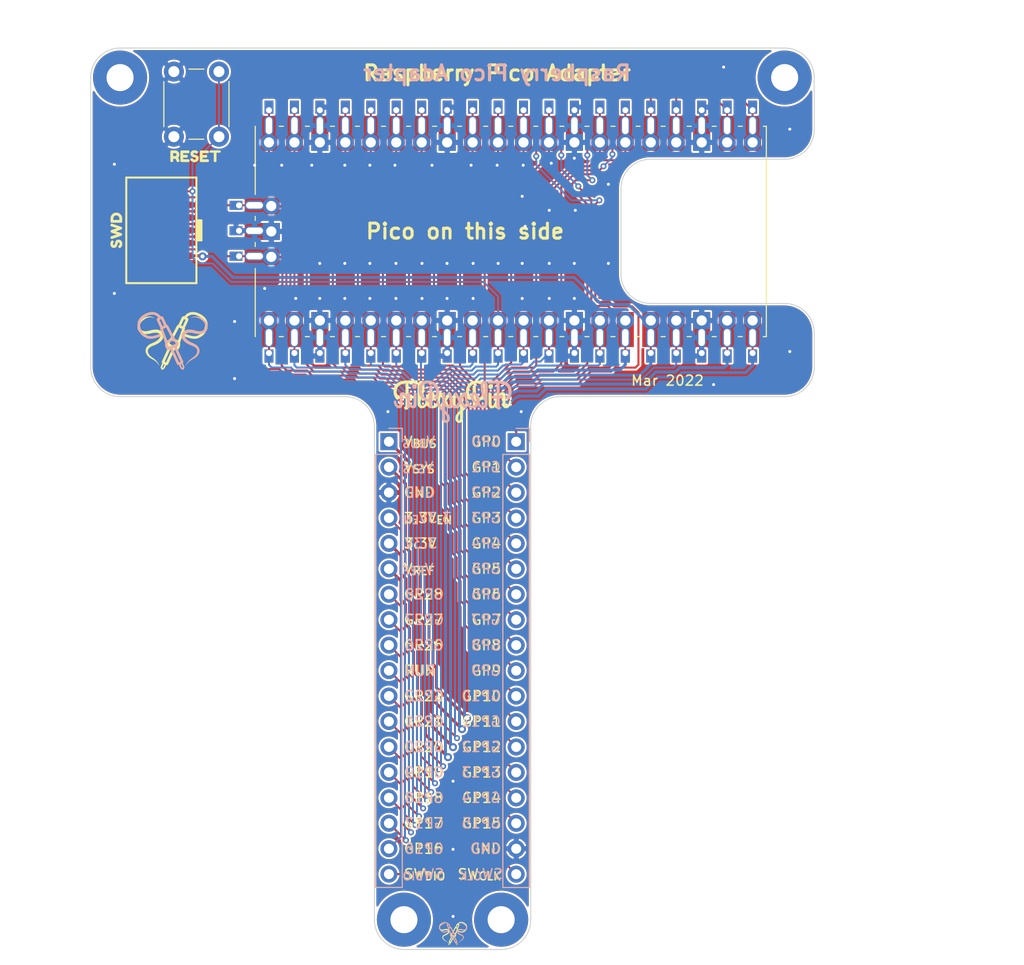
<source format=kicad_pcb>
(kicad_pcb (version 20221018) (generator pcbnew)
  (layers (0 "F.Cu" signal) (31 "B.Cu" signal) (34 "B.Paste" user) (35 "F.Paste" user) (36 "B.SilkS" user "B.Silkscreen") (37 "F.SilkS" user "F.Silkscreen") (38 "B.Mask" user) (39 "F.Mask" user) (44 "Edge.Cuts" user))
  (net 0 "")
  (net 1 "GND")
  (net 2 "/SWCLK")
  (net 3 "/SWDIO")
  (net 4 "VBUS")
  (net 5 "VDD")
  (net 6 "/3.3V_EN")
  (net 7 "+3V3")
  (net 8 "/VREF")
  (net 9 "/GPIO28")
  (net 10 "/GPIO27")
  (net 11 "/GPIO26")
  (net 12 "/RUN")
  (net 13 "/GPIO22")
  (net 14 "/GPIO21")
  (net 15 "/GPIO17")
  (net 16 "/GPIO16")
  (net 19 "/GPIO9")
  (net 20 "/GPIO8")
  (net 21 "/GPIO7")
  (net 22 "/GPIO6")
  (net 23 "/GPIO5")
  (net 24 "/GPIO4")
  (net 25 "/GPIO3")
  (net 26 "/GPIO20")
  (net 27 "/GPIO2")
  (net 28 "/GPIO19")
  (net 29 "/GPIO18")
  (net 30 "/GPIO15")
  (net 31 "/GPIO14")
  (net 32 "/GPIO13")
  (net 33 "/GPIO12")
  (net 34 "/GPIO11")
  (net 35 "/GPIO10")
  (net 36 "/GPIO1")
  (net 37 "/GPIO0")
  (footprint "MountingHole:MountingHole_2.7mm_M2.5_Pad" (layer "F.Cu") (at 125.9 158.723366)
    (fp_text reference "REF**" hide)
    (fp_text value "MountingHole_2.7mm_M2.5_Pad")
  )
  (footprint "FlexyPin:FlexyPin_1x20_P2.54mm" (layer "F.Cu") (at 112.43 102.15 90)
    (fp_text reference "J3" hide)
    (fp_text value "Conn_01x20")
  )
  (footprint "Module_Extra:RaspberryPi_Pico" (layer "F.Cu") (at 136.56 90.01 -90)
    (fp_text reference "U1" hide)
    (fp_text value "RaspberryPi_Pico")
  )
  (footprint "MountingHole:MountingHole_2.7mm_M2.5_Pad" (layer "F.Cu") (at 97.571815 74.65)
    (fp_text reference "REF**" hide)
    (fp_text value "MountingHole_2.7mm_M2.5_Pad")
  )
  (footprint "MountingHole:MountingHole_2.7mm_M2.5_Pad" (layer "F.Cu") (at 163.89 74.65)
    (fp_text reference "REF**" hide)
    (fp_text value "MountingHole_2.7mm_M2.5_Pad")
  )
  (footprint "Connector_PinHeader_1.27mm_Extra:PinHeader_2x05_P1.27mm_Vertical_SMD_IDC" (layer "F.Cu") (at 101.69 89.9 90)
    (fp_text reference "J6" hide)
    (fp_text value "Conn_Debug")
  )
  (footprint "FlexyPin:FlexyPin_1x03_P2.54mm" (layer "F.Cu") (at 109.44 87.4)
    (fp_text reference "J2" hide)
    (fp_text value "Conn_01x03")
  )
  (footprint "kibuzzard-6227DBF8" (layer "F.Cu") (at 105.1 82.5)
    (fp_text reference "kibuzzard-6227DBF8" hide)
    (fp_text value "G***" hide)
  )
  (footprint "LOGO" (layer "F.Cu") (at 130.75 107)
    (fp_text reference "G***" hide)
    (fp_text value "LOGO" hide)
  )
  (footprint "Button_Switch_THT:SW_PUSH_6mm" (layer "F.Cu") (at 102.94 80.55 90)
    (fp_text reference "SW1" hide)
    (fp_text value "SW_RST")
  )
  (footprint "kibuzzard-6227DBEE" (layer "F.Cu") (at 97.2 89.9 90)
    (fp_text reference "kibuzzard-6227DBEE" hide)
    (fp_text value "G***" hide)
  )
  (footprint "MountingHole:MountingHole_2.7mm_M2.5_Pad" (layer "F.Cu") (at 135.6 158.723366)
    (fp_text reference "REF**" hide)
    (fp_text value "MountingHole_2.7mm_M2.5_Pad")
  )
  (footprint "Symbols_Extra:SolderParty-New-Logo_7.5x6.4mm_SilkScreen" (layer "F.Cu") (at 103.05 100.7)
    (fp_text reference "G***" hide)
    (fp_text value "LOGO" hide)
  )
  (footprint "FlexyPin:FlexyPin_1x20_P2.54mm" (layer "F.Cu") (at 160.69 77.9 -90)
    (fp_text reference "J1" hide)
    (fp_text value "Conn_01x20")
  )
  (footprint "Symbols_Extra:SolderParty-New-Logo_3x2.5mm_SilkScreen" (layer "F.Cu") (at 130.9 160)
    (fp_text reference "G***" hide)
    (fp_text value "LOGO" hide)
  )
  (footprint "LOGO" (layer "B.Cu") (at 130.75 107 180)
    (fp_text reference "G***" hide)
    (fp_text value "LOGO" hide)
  )
  (footprint "Symbols_Extra:SolderParty-New-Logo_7.5x6.4mm_SilkScreen" (layer "B.Cu") (at 102.569476 100.7 180)
    (fp_text reference "G***" hide)
    (fp_text value "LOGO" hide)
  )
  (footprint "Connector_PinHeader_2.54mm:PinHeader_1x18_P2.54mm_Vertical" (layer "B.Cu") (at 124.4 110.995 180)
    (fp_text reference "J4" hide)
    (fp_text value "Conn_01x17")
  )
  (footprint "Symbols_Extra:SolderParty-New-Logo_3x2.5mm_SilkScreen" (layer "B.Cu") (at 130.7 160 180)
    (fp_text reference "G***" hide)
    (fp_text value "LOGO" hide)
  )
  (footprint "Connector_PinHeader_2.54mm:PinHeader_1x18_P2.54mm_Vertical" (layer "B.Cu") (at 137.1 111 180)
    (fp_text reference "J5" hide)
    (fp_text value "Conn_01x17")
  )
  (gr_arc (start 163.89 97.2) (mid 165.975965 98.064035) (end 166.84 100.15) (stroke (width 0.1)) (layer "Edge.Cuts"))
  (gr_arc (start 163.89 71.7) (mid 165.975965 72.564035) (end 166.84 74.65) (stroke (width 0.1)) (layer "Edge.Cuts"))
  (gr_line (start 94.64 74.65) (end 94.64 103.55) (stroke (width 0.1)) (layer "Edge.Cuts"))
  (gr_line (start 166.84 103.55) (end 166.84 100.15) (stroke (width 0.1)) (layer "Edge.Cuts"))
  (gr_arc (start 138.55 158.75) (mid 137.685965 160.835965) (end 135.6 161.7) (stroke (width 0.1)) (layer "Edge.Cuts"))
  (gr_line (start 138.55 158.75) (end 138.55 109.45) (stroke (width 0.1)) (layer "Edge.Cuts"))
  (gr_arc (start 94.64 74.65) (mid 95.504035 72.564035) (end 97.59 71.7) (stroke (width 0.1)) (layer "Edge.Cuts"))
  (gr_line (start 150.5 82.8) (end 163.89 82.8) (stroke (width 0.1)) (layer "Edge.Cuts"))
  (gr_arc (start 166.84 79.85) (mid 165.975965 81.935965) (end 163.89 82.8) (stroke (width 0.1)) (layer "Edge.Cuts"))
  (gr_arc (start 138.55 109.45) (mid 139.414035 107.364035) (end 141.5 106.5) (stroke (width 0.1)) (layer "Edge.Cuts"))
  (gr_line (start 150.5 97.2) (end 163.89 97.2) (stroke (width 0.1)) (layer "Edge.Cuts"))
  (gr_arc (start 150.5 97.2) (mid 148.414035 96.335965) (end 147.55 94.25) (stroke (width 0.1)) (layer "Edge.Cuts"))
  (gr_arc (start 147.55 85.75) (mid 148.414035 83.664035) (end 150.5 82.8) (stroke (width 0.1)) (layer "Edge.Cuts"))
  (gr_arc (start 166.84 103.55) (mid 165.975965 105.635965) (end 163.89 106.5) (stroke (width 0.1)) (layer "Edge.Cuts"))
  (gr_line (start 166.84 74.65) (end 166.84 79.85) (stroke (width 0.1)) (layer "Edge.Cuts"))
  (gr_arc (start 125.92 161.7) (mid 123.826952 160.83717) (end 122.95 158.75) (stroke (width 0.1)) (layer "Edge.Cuts"))
  (gr_line (start 122.95 109.45) (end 122.95 158.75) (stroke (width 0.1)) (layer "Edge.Cuts"))
  (gr_line (start 163.89 71.7) (end 97.59 71.7) (stroke (width 0.1)) (layer "Edge.Cuts"))
  (gr_arc (start 120 106.5) (mid 122.085965 107.364035) (end 122.95 109.45) (stroke (width 0.1)) (layer "Edge.Cuts"))
  (gr_line (start 125.92 161.7) (end 135.6 161.7) (stroke (width 0.1)) (layer "Edge.Cuts"))
  (gr_line (start 147.55 94.25) (end 147.55 85.75) (stroke (width 0.1)) (layer "Edge.Cuts"))
  (gr_line (start 97.59 106.5) (end 120 106.5) (stroke (width 0.1)) (layer "Edge.Cuts"))
  (gr_line (start 141.5 106.5) (end 163.89 106.5) (stroke (width 0.1)) (layer "Edge.Cuts"))
  (gr_arc (start 97.59 106.5) (mid 95.504035 105.635965) (end 94.64 103.55) (stroke (width 0.1)) (layer "Edge.Cuts"))
  (gr_text "GP19" (at 129.987619 144.016095) (layer "B.SilkS") (effects (font (size 1 1)) (justify left mirror)))
  (gr_text "GP13" (at 131.547619 144.012663) (layer "B.SilkS") (effects (font (size 1 1)) (justify right mirror)))
  (gr_text "SW_{CLK}" (at 131.330476 154.172663) (layer "B.SilkS") (effects (font (size 1 1)) (justify right mirror)))
  (gr_text "GP8" (at 132.5 131.312663) (layer "B.SilkS") (effects (font (size 1 1)) (justify right mirror)))
  (gr_text "GP11" (at 131.547619 138.932663) (layer "B.SilkS") (effects (font (size 1 1)) (justify right mirror)))
  (gr_text "V_{SYS}\n" (at 128.933334 113.536095) (layer "B.SilkS") (effects (font (size 1 1)) (justify left mirror)))
  (gr_text "GP18" (at 129.987619 146.556095) (layer "B.SilkS") (effects (font (size 1 1)) (justify left mirror)))
  (gr_text "GP0" (at 132.5 110.992663) (layer "B.SilkS") (effects (font (size 1 1)) (justify right mirror)))
  (gr_text "3.3V" (at 129.320952 121.156095) (layer "B.SilkS") (effects (font (size 1 1)) (justify left mirror)))
  (gr_text "GP14" (at 131.547619 146.552663) (layer "B.SilkS") (effects (font (size 1 1)) (justify right mirror)))
  (gr_text "GP21" (at 129.987619 138.936095) (layer "B.SilkS") (effects (font (size 1 1)) (justify left mirror)))
  (gr_text "GP12" (at 131.547619 141.472663) (layer "B.SilkS") (effects (font (size 1 1)) (justify right mirror)))
  (gr_text "GP4" (at 132.5 121.152663) (layer "B.SilkS") (effects (font (size 1 1)) (justify right mirror)))
  (gr_text "GP6" (at 132.5 126.232663) (layer "B.SilkS") (effects (font (size 1 1)) (justify right mirror)))
  (gr_text "GND" (at 132.404762 151.632663) (layer "B.SilkS") (effects (font (size 1 1)) (justify right mirror)))
  (gr_text "GP5" (at 132.5 123.692663) (layer "B.SilkS") (effects (font (size 1 1)) (justify right mirror)))
  (gr_text "GP3" (at 132.5 118.612663) (layer "B.SilkS") (effects (font (size 1 1)) (justify right mirror)))
  (gr_text "GP26" (at 129.987619 131.316095) (layer "B.SilkS") (effects (font (size 1 1)) (justify left mirror)))
  (gr_text "GP10" (at 131.547619 136.392663) (layer "B.SilkS") (effects (font (size 1 1)) (justify right mirror)))
  (gr_text "GP2" (at 132.5 116.072663) (layer "B.SilkS") (effects (font (size 1 1)) (justify right mirror)))
  (gr_text "V_{BUS}" (at 129.1 110.996095) (layer "B.SilkS") (effects (font (size 1 1)) (justify left mirror)))
  (gr_text "GP9" (at 132.5 133.852663) (layer "B.SilkS") (effects (font (size 1 1)) (justify right mirror)))
  (gr_text "GP22" (at 129.987619 136.396095) (layer "B.SilkS") (effects (font (size 1 1)) (justify left mirror)))
  (gr_text "V_{REF}\n" (at 128.933333 123.696095) (layer "B.SilkS") (effects (font (size 1 1)) (justify left mirror)))
  (gr_text "SW_{DIO}\n" (at 130.004761 154.176095) (layer "B.SilkS") (effects (font (size 1 1)) (justify left mirror)))
  (gr_text "GP17" (at 129.987619 149.096095) (layer "B.SilkS") (effects (font (size 1 1)) (justify left mirror)))
  (gr_text "GP27" (at 129.987619 128.776095) (layer "B.SilkS") (effects (font (size 1 1)) (justify left mirror)))
  (gr_text "GP7" (at 132.5 128.772663) (layer "B.SilkS") (effects (font (size 1 1)) (justify right mirror)))
  (gr_text "GP15" (at 131.547619 149.092663) (layer "B.SilkS") (effects (font (size 1 1)) (justify right mirror)))
  (gr_text "GND" (at 129.130476 116.076095) (layer "B.SilkS") (effects (font (size 1 1)) (justify left mirror)))
  (gr_text "GP20" (at 129.987619 141.476095) (layer "B.SilkS") (effects (font (size 1 1)) (justify left mirror)))
  (gr_text "RUN" (at 129.178095 133.856095) (layer "B.SilkS") (effects (font (size 1 1)) (justify left mirror)))
  (gr_text "GP1" (at 132.5 113.532663) (layer "B.SilkS") (effects (font (size 1 1)) (justify right mirror)))
  (gr_text "GP28" (at 129.987619 126.236095) (layer "B.SilkS") (effects (font (size 1 1)) (justify left mirror)))
  (gr_text "GP16" (at 129.987619 151.636095) (layer "B.SilkS") (effects (font (size 1 1)) (justify left mirror)))
  (gr_text "3.3V_{EN}\n" (at 130.747618 118.616095) (layer "B.SilkS") (effects (font (size 1 1)) (justify left mirror)))
  (gr_text "Raspberry Pico Adapter" (at 135.188935 74.195103) (layer "B.SilkS") (effects (font (size 1.5 1.5) (thickness 0.3) bold) (justify mirror)))
  (gr_text "GP28" (at 125.8 126.24) (layer "F.SilkS") (effects (font (size 1 1)) (justify left)))
  (gr_text "SW_{CLK}" (at 135.7 154.18) (layer "F.SilkS") (effects (font (size 1 1)) (justify right)))
  (gr_text "GP15" (at 135.7 149.1) (layer "F.SilkS") (effects (font (size 1 1)) (justify right)))
  (gr_text "GP27" (at 125.8 128.78) (layer "F.SilkS") (effects (font (size 1 1)) (justify left)))
  (gr_text "GP8" (at 135.7 131.32) (layer "F.SilkS") (effects (font (size 1 1)) (justify right)))
  (gr_text "GND" (at 135.7 151.64) (layer "F.SilkS") (effects (font (size 1 1)) (justify right)))
  (gr_text "GP2" (at 135.7 116.08) (layer "F.SilkS") (effects (font (size 1 1)) (justify right)))
  (gr_text "GP26" (at 125.8 131.32) (layer "F.SilkS") (effects (font (size 1 1)) (justify left)))
  (gr_text "GP17" (at 125.8 149.1) (layer "F.SilkS") (effects (font (size 1 1)) (justify left)))
  (gr_text "RUN" (at 125.8 133.86) (layer "F.SilkS") (effects (font (size 1 1)) (justify left)))
  (gr_text "GP19" (at 125.8 144.02) (layer "F.SilkS") (effects (font (size 1 1)) (justify left)))
  (gr_text "GP0" (at 135.7 111) (layer "F.SilkS") (effects (font (size 1 1)) (justify right)))
  (gr_text "GP1" (at 135.7 113.54) (layer "F.SilkS") (effects (font (size 1 1)) (justify right)))
  (gr_text "GP7" (at 135.7 128.78) (layer "F.SilkS") (effects (font (size 1 1)) (justify right)))
  (gr_text "GP16" (at 125.8 151.64) (layer "F.SilkS") (effects (font (size 1 1)) (justify left)))
  (gr_text "GP6" (at 135.7 126.24) (layer "F.SilkS") (effects (font (size 1 1)) (justify right)))
  (gr_text "GP12" (at 135.7 141.48) (layer "F.SilkS") (effects (font (size 1 1)) (justify right)))
  (gr_text "V_{SYS}\n" (at 125.8 113.54) (layer "F.SilkS") (effects (font (size 1 1)) (justify left)))
  (gr_text "Raspberry Pico Adapter" (at 135.19 74.2) (layer "F.SilkS") (effects (font (size 1.5 1.5) (thickness 0.3) bold)))
  (gr_text "GND" (at 125.8 116.08) (layer "F.SilkS") (effects (font (size 1 1)) (justify left)))
  (gr_text "GP18" (at 125.8 146.56) (layer "F.SilkS") (effects (font (size 1 1)) (justify left)))
  (gr_text "V_{BUS}" (at 125.8 111) (layer "F.SilkS") (effects (font (size 1 1)) (justify left)))
  (gr_text "GP13" (at 135.7 144.02) (layer "F.SilkS") (effects (font (size 1 1)) (justify right)))
  (gr_text "GP11" (at 135.7 138.94) (layer "F.SilkS") (effects (font (size 1 1)) (justify right)))
  (gr_text "GP14" (at 135.7 146.56) (layer "F.SilkS") (effects (font (size 1 1)) (justify right)))
  (gr_text "3.3V_{EN}\n" (at 125.8 118.62) (layer "F.SilkS") (effects (font (size 1 1)) (justify left)))
  (gr_text "SW_{DIO}\n" (at 125.8 154.18) (layer "F.SilkS") (effects (font (size 1 1)) (justify left)))
  (gr_text "GP20" (at 125.8 141.48) (layer "F.SilkS") (effects (font (size 1 1)) (justify left)))
  (gr_text "GP9" (at 135.7 133.86) (layer "F.SilkS") (effects (font (size 1 1)) (justify right)))
  (gr_text "GP22" (at 125.8 136.4) (layer "F.SilkS") (effects (font (size 1 1)) (justify left)))
  (gr_text "V_{REF}\n" (at 125.8 123.7) (layer "F.SilkS") (effects (font (size 1 1)) (justify left)))
  (gr_text "Pico on this side" (at 132 90) (layer "F.SilkS") (effects (font (size 1.5 1.5) (thickness 0.3) bold)))
  (gr_text "3.3V" (at 125.8 121.16) (layer "F.SilkS") (effects (font (size 1 1)) (justify left)))
  (gr_text "GP4" (at 135.7 121.16) (layer "F.SilkS") (effects (font (size 1 1)) (justify right)))
  (gr_text "GP5" (at 135.7 123.7) (layer "F.SilkS") (effects (font (size 1 1)) (justify right)))
  (gr_text "GP10" (at 135.7 136.4) (layer "F.SilkS") (effects (font (size 1 1)) (justify right)))
  (gr_text "GP3" (at 135.7 118.62) (layer "F.SilkS") (effects (font (size 1 1)) (justify right)))
  (gr_text "Mar 2022" (at 152.2 104.9) (layer "F.SilkS") (effects (font (size 1 1))))
  (gr_text "GP21" (at 125.8 138.94) (layer "F.SilkS") (effects (font (size 1 1)) (justify left)))
  (segment (start 155.61 102.15) (end 155.61 100.6) (width 0.2) (layer "F.Cu") (net 1))
  (segment (start 130.21 77.9) (end 130.21 79.45) (width 0.2) (layer "F.Cu") (net 1))
  (segment (start 155.61 77.9) (end 155.61 79.45) (width 0.2) (layer "F.Cu") (net 1))
  (segment (start 130.21 102.15) (end 130.21 100.6) (width 0.2) (layer "F.Cu") (net 1))
  (segment (start 109.44 89.94) (end 110.99 89.94) (width 0.2) (layer "F.Cu") (net 1))
  (segment (start 142.91 102.15) (end 142.91 100.6) (width 0.2) (layer "F.Cu") (net 1))
  (segment (start 117.51 77.9) (end 117.51 79.45) (width 0.2) (layer "F.Cu") (net 1))
  (segment (start 142.91 77.9) (end 142.91 79.45) (width 0.2) (layer "F.Cu") (net 1))
  (segment (start 117.51 102.15) (end 117.51 100.6) (width 0.2) (layer "F.Cu") (net 1))
  (via (at 111 83.4) (size 0.6) (drill 0.3) (layers "F.Cu" "B.Cu") (net 1))
  (via (at 122.5 93.2) (size 0.6) (drill 0.3) (layers "F.Cu" "B.Cu") (net 1))
  (via (at 125 83.4) (size 0.6) (drill 0.3) (layers "F.Cu" "B.Cu") (net 1))
  (via (at 142.9 96.7) (size 0.6) (drill 0.3) (layers "F.Cu" "B.Cu") (net 1))
  (via (at 130.8 158.4) (size 0.6) (drill 0.3) (layers "F.Cu" "B.Cu") (net 1))
  (via (at 143 87.9) (size 0.6) (drill 0.3) (layers "F.Cu" "B.Cu") (net 1))
  (via (at 140.6 83.2) (size 0.6) (drill 0.3) (layers "F.Cu" "B.Cu") (net 1))
  (via (at 156.8 105.3) (size 0.6) (drill 0.3) (layers "F.Cu" "B.Cu") (net 1))
  (via (at 135.2 83.4) (size 0.6) (drill 0.3) (layers "F.Cu" "B.Cu") (net 1))
  (via (at 132.8 93.2) (size 0.6) (drill 0.3) (layers "F.Cu" "B.Cu") (net 1))
  (via (at 122.5 83.4) (size 0.6) (drill 0.3) (layers "F.Cu" "B.Cu") (net 1))
  (via (at 157.8 73.6) (size 0.6) (drill 0.3) (layers "F.Cu" "B.Cu") (net 1))
  (via (at 125.1 96.7) (size 0.6) (drill 0.3) (layers "F.Cu" "B.Cu") (net 1))
  (via (at 137.7 96.7) (size 0.6) (drill 0.3) (layers "F.Cu" "B.Cu") (net 1))
  (via (at 109 104.7) (size 0.6) (drill 0.3) (layers "F.Cu" "B.Cu") (net 1))
  (via (at 120 93.2) (size 0.6) (drill 0.3) (layers "F.Cu" "B.Cu") (net 1))
  (via (at 124.3 108) (size 0.6) (drill 0.3) (layers "F.Cu" "B.Cu") (net 1))
  (via (at 130.8 151.7) (size 0.6) (drill 0.3) (layers "F.Cu" "B.Cu") (net 1))
  (via (at 142.9 93.2) (size 0.6) (drill 0.3) (layers "F.Cu" "B.Cu") (net 1))
  (via (at 115.1 96.7) (size 0.6) (drill 0.3) (layers "F.Cu" "B.Cu") (net 1))
  (via (at 137.7 93.2) (size 0.6) (drill 0.3) (layers "F.Cu" "B.Cu") (net 1))
  (via (at 137.7 86.5) (size 0.6) (drill 0.3) (layers "F.Cu" "B.Cu") (net 1))
  (via (at 135.3 93.2) (size 0.6) (drill 0.3) (layers "F.Cu" "B.Cu") (net 1))
  (via (at 97 83.3) (size 0.6) (drill 0.3) (layers "F.Cu" "B.Cu") (net 1))
  (via (at 142.9 82.7) (size 0.6) (drill 0.3) (layers "F.Cu" "B.Cu") (net 1))
  (via (at 116.7 83.4) (size 0.6) (drill 0.3) (layers "F.Cu" "B.Cu") (net 1))
  (via (at 120 96.7) (size 0.6) (drill 0.3) (layers "F.Cu" "B.Cu") (net 1))
  (via (at 137.6 108) (size 0.6) (drill 0.3) (layers "F.Cu" "B.Cu") (net 1))
  (via (at 164.4 102) (size 0.6) (drill 0.3) (layers "F.Cu" "B.Cu") (net 1))
  (via (at 132.6 83.4) (size 0.6) (drill 0.3) (layers "F.Cu" "B.Cu") (net 1))
  (via (at 146.3 93.2) (size 0.6) (drill 0.3) (layers "F.Cu" "B.Cu") (net 1))
  (via (at 125.1 93.2) (size 0.6) (drill 0.3) (layers "F.Cu" "B.Cu") (net 1))
  (via (at 140.4 93.2) (size 0.6) (drill 0.3) (layers "F.Cu" "B.Cu") (net 1))
  (via (at 130.8 144.9) (size 0.6) (drill 0.3) (layers "F.Cu" "B.Cu") (net 1))
  (via (at 113.7 83.4) (size 0.6) (drill 0.3) (layers "F.Cu" "B.Cu") (net 1))
  (via (at 117.5 93.2) (size 0.6) (drill 0.3) (layers "F.Cu" "B.Cu") (net 1))
  (via (at 109 99) (size 0.6) (drill 0.3) (layers "F.Cu" "B.Cu") (net 1))
  (via (at 127.7 96.7) (size 0.6) (drill 0.3) (layers "F.Cu" "B.Cu") (net 1))
  (via (at 128.7 83.4) (size 0.6) (drill 0.3) (layers "F.Cu" "B.Cu") (net 1))
  (via (at 120 83.4) (size 0.6) (drill 0.3) (layers "F.Cu" "B.Cu") (net 1))
  (via (at 132.8 96.7) (size 0.6) (drill 0.3) (layers "F.Cu" "B.Cu") (net 1))
  (via (at 130.2 93.2) (size 0.6) (drill 0.3) (layers "F.Cu" "B.Cu") (net 1))
  (via (at 97 96.2) (size 0.6) (drill 0.3) (layers "F.Cu" "B.Cu") (net 1))
  (via (at 138 89.5) (size 0.6) (drill 0.3) (layers "F.Cu" "B.Cu") (net 1))
  (via (at 140.4 87.9) (size 0.6) (drill 0.3) (layers "F.Cu" "B.Cu") (net 1))
  (via (at 140.4 96.7) (size 0.6) (drill 0.3) (layers "F.Cu" "B.Cu") (net 1))
  (via (at 137.8 83.4) (size 0.6) (drill 0.3) (layers "F.Cu" "B.Cu") (net 1))
  (via (at 130.2 96.7) (size 0.6) (drill 0.3) (layers "F.Cu" "B.Cu") (net 1))
  (via (at 127.7 93.2) (size 0.6) (drill 0.3) (layers "F.Cu" "B.Cu") (net 1))
  (via (at 164.4 79.8) (size 0.6) (drill 0.3) (layers "F.Cu" "B.Cu") (net 1))
  (via (at 112 95.7) (size 0.6) (drill 0.3) (layers "F.Cu" "B.Cu") (net 1))
  (via (at 122.5 96.7) (size 0.6) (drill 0.3) (layers "F.Cu" "B.Cu") (net 1))
  (via (at 146.3 85.3) (size 0.6) (drill 0.3) (layers "F.Cu" "B.Cu") (net 1))
  (via (at 117.5 96.7) (size 0.6) (drill 0.3) (layers "F.Cu" "B.Cu") (net 1))
  (segment (start 113.284513 104.149519) (end 113.834034 104.69904) (width 0.2) (layer "F.Cu") (net 2))
  (segment (start 111.437497 97.097497) (end 110.80048 97.734514) (width 0.2) (layer "F.Cu") (net 2))
  (segment (start 132.354818 129.119872) (end 132.754333 129.519387) (width 0.2) (layer "F.Cu") (net 2))
  (segment (start 101.7 86.9) (end 101.7 90.8) (width 0.2) (layer "F.Cu") (net 2))
  (segment (start 114.165007 104.699039) (end 115.904021 104.699039) (width 0.2) (layer "F.Cu") (net 2))
  (segment (start 125.042078 105.89712) (end 125.741117 106.596159) (width 0.2) (layer "F.Cu") (net 2))
  (segment (start 133.553375 136.243411) (end 133.95289 136.642926) (width 0.2) (layer "F.Cu") (net 2))
  (segment (start 112.59 87.4) (end 112.66 87.47) (width 0.2) (layer "F.Cu") (net 2))
  (segment (start 129.95769 114.87278) (end 130.357213 115.272303) (width 0.2) (layer "F.Cu") (net 2))
  (segment (start 132.754333 129.519387) (end 132.754337 131.494385) (width 0.2) (layer "F.Cu") (net 2))
  (segment (start 102 86.6) (end 101.7 86.9) (width 0.2) (layer "F.Cu") (net 2))
  (segment (start 110.80048 97.734514) (end 110.800481 103.665487) (width 0.2) (layer "F.Cu") (net 2))
  (segment (start 132.754337 131.494385) (end 133.153852 131.8939) (width 0.2) (layer "F.Cu") (net 2))
  (segment (start 109.44 87.4) (end 112.59 87.4) (width 0.2) (layer "F.Cu") (net 2))
  (segment (start 116.403062 105.19808) (end 120.77305 105.19808) (width 0.2) (layer "F.Cu") (net 2))
  (segment (start 110.800481 103.665487) (end 111.284513 104.149519) (width 0.2) (layer "F.Cu") (net 2))
  (segment (start 115.904021 104.699039) (end 116.403062 105.19808) (width 0.2) (layer "F.Cu") (net 2))
  (segment (start 133.95289 151.03289) (end 137.1 154.18) (width 0.2) (layer "F.Cu") (net 2))
  (segment (start 108.3 87.4) (end 107.5 86.6) (width 0.2) (layer "F.Cu") (net 2))
  (segment (start 133.95289 136.642926) (end 133.95289 151.03289) (width 0.2) (layer "F.Cu") (net 2))
  (segment (start 120.97257 105.3976) (end 122.507564 105.3976) (width 0.2) (layer "F.Cu") (net 2))
  (segment (start 129.95769 107.077739) (end 129.95769 114.87278) (width 0.2) (layer "F.Cu") (net 2))
  (segment (start 112.66 87.47) (end 113.53 87.47) (width 0.2) (layer "F.Cu") (net 2))
  (segment (start 101.33 91.17) (end 99.84 91.17) (width 0.2) (layer "F.Cu") (net 2))
  (segment (start 130.357213 115.272303) (end 130.357213 117.247299) (width 0.2) (layer "F.Cu") (net 2))
  (segment (start 129.476112 106.59616) (end 129.95769 107.077739) (width 0.2) (layer "F.Cu") (net 2))
  (segment (start 113.53 87.47) (end 114.17096 88.11096) (width 0.2) (layer "F.Cu") (net 2))
  (segment (start 101.7 90.8) (end 101.33 91.17) (width 0.2) (layer "F.Cu") (net 2))
  (segment (start 114.17096 88.11096) (end 114.17096 95.464034) (width 0.2) (layer "F.Cu") (net 2))
  (segment (start 123.007084 105.89712) (end 125.042078 105.89712) (width 0.2) (layer "F.Cu") (net 2))
  (segment (start 114.17096 95.464034) (end 112.537497 97.097497) (width 0.2) (layer "F.Cu") (net 2))
  (segment (start 133.153856 133.868898) (end 133.553371 134.268413) (width 0.2) (layer "F.Cu") (net 2))
  (segment (start 132.354814 127.144874) (end 132.354818 129.119872) (width 0.2) (layer "F.Cu") (net 2))
  (segment (start 131.555775 122.395847) (end 131.555779 124.370845) (width 0.2) (layer "F.Cu") (net 2))
  (segment (start 131.955299 126.745359) (end 132.354814 127.144874) (width 0.2) (layer "F.Cu") (net 2))
  (segment (start 130.756735 117.646821) (end 130.756739 119.621817) (width 0.2) (layer "F.Cu") (net 2))
  (segment (start 131.156253 120.021331) (end 131.156255 121.996327) (width 0.2) (layer "F.Cu") (net 2))
  (segment (start 131.555779 124.370845) (end 131.955295 124.770361) (width 0.2) (layer "F.Cu") (net 2))
  (segment (start 107.5 86.6) (end 102 86.6) (width 0.2) (layer "F.Cu") (net 2))
  (segment (start 130.756739 119.621817) (end 131.156253 120.021331) (width 0.2) (layer "F.Cu") (net 2))
  (segment (start 131.955295 124.770361) (end 131.955299 126.745359) (width 0.2) (layer "F.Cu") (net 2))
  (segment (start 122.507564 105.3976) (end 123.007084 105.89712) (width 0.2) (layer "F.Cu") (net 2))
  (segment (start 130.357213 117.247299) (end 130.756735 117.646821) (width 0.2) (layer "F.Cu") (net 2))
  (segment (start 113.834034 104.69904) (end 114.165007 104.699039) (width 0.2) (layer "F.Cu") (net 2))
  (segment (start 125.741117 106.596159) (end 129.476112 106.59616) (width 0.2) (layer "F.Cu") (net 2))
  (segment (start 133.553371 134.268413) (end 133.553375 136.243411) (width 0.2) (layer "F.Cu") (net 2))
  (segment (start 109.44 87.4) (end 108.3 87.4) (width 0.2) (layer "F.Cu") (net 2))
  (segment (start 112.537497 97.097497) (end 111.437497 97.097497) (width 0.2) (layer "F.Cu") (net 2))
  (segment (start 133.153852 131.8939) (end 133.153856 133.868898) (width 0.2) (layer "F.Cu") (net 2))
  (segment (start 131.156255 121.996327) (end 131.555775 122.395847) (width 0.2) (layer "F.Cu") (net 2))
  (segment (start 111.284513 104.149519) (end 113.284513 104.149519) (width 0.2) (layer "F.Cu") (net 2))
  (segment (start 120.77305 105.19808) (end 120.97257 105.3976) (width 0.2) (layer "F.Cu") (net 2))
  (segment (start 131.15626 124.536332) (end 131.555776 124.935848) (width 0.2) (layer "F.Cu") (net 3))
  (segment (start 133.153856 136.408898) (end 133.55337 136.808412) (width 0.2) (layer "F.Cu") (net 3))
  (segment (start 131.156256 122.561334) (end 131.15626 124.536332) (width 0.2) (layer "F.Cu") (net 3))
  (segment (start 131.55578 126.910846) (end 131.955295 127.310361) (width 0.2) (layer "F.Cu") (net 3))
  (segment (start 132.754332 132.059386) (end 132.754337 134.034385) (width 0.2) (layer "F.Cu") (net 3))
  (segment (start 122.344958 105.8) (end 122.841598 106.29664) (width 0.2) (layer "F.Cu") (net 3))
  (segment (start 110.400961 101.899039) (end 110.4 101.9) (width 0.2) (layer "F.Cu") (net 3))
  (segment (start 132.354818 131.659872) (end 132.754332 132.059386) (width 0.2) (layer "F.Cu") (net 3))
  (segment (start 110.40096 97.569028) (end 110.400961 98.3) (width 0.2) (layer "F.Cu") (net 3))
  (segment (start 124.876591 106.296639) (end 125.575631 106.995679) (width 0.2) (layer "F.Cu") (net 3))
  (segment (start 120.79712 105.79712) (end 121.138057 105.797119) (width 0.2) (layer "F.Cu") (net 3))
  (segment (start 111.119026 104.549038) (end 113.119027 104.549039) (width 0.2) (layer "F.Cu") (net 3))
  (segment (start 110.400961 98.3) (end 110.400961 101.899039) (width 0.2) (layer "F.Cu") (net 3))
  (segment (start 113.55 92.55) (end 113.77144 92.77144) (width 0.2) (layer "F.Cu") (net 3))
  (segment (start 130.35722 119.787304) (end 130.756733 120.186817) (width 0.2) (layer "F.Cu") (net 3))
  (segment (start 129.55817 107.55817) (end 129.558171 115.038267) (width 0.2) (layer "F.Cu") (net 3))
  (segment (start 133.55337 136.808412) (end 133.55337 151.04663) (width 0.2) (layer "F.Cu") (net 3))
  (segment (start 113.119027 104.549039) (end 113.668549 105.09856) (width 0.2) (layer "F.Cu") (net 3))
  (segment (start 131.555776 124.935848) (end 131.55578 126.910846) (width 0.2) (layer "F.Cu") (net 3))
  (segment (start 123.172571 106.296639) (end 124.876591 106.296639) (width 0.2) (layer "F.Cu") (net 3))
  (segment (start 130.756736 122.161814) (end 131.156256 122.561334) (width 0.2) (layer "F.Cu") (net 3))
  (segment (start 110.4 103.830012) (end 111.119026 104.549038) (width 0.2) (layer "F.Cu") (net 3))
  (segment (start 130.357216 117.812308) (end 130.35722 119.787304) (width 0.2) (layer "F.Cu") (net 3))
  (segment (start 101.36 92.44) (end 99.84 92.44) (width 0.2) (layer "F.Cu") (net 3))
  (segment (start 112.372011 96.697977) (end 111.272011 96.697977) (width 0.2) (layer "F.Cu") (net 3))
  (segment (start 108.28 92.48) (end 107.6 91.8) (width 0.2) (layer "F.Cu") (net 3))
  (segment (start 116.237575 105.597599) (end 120.597599 105.597599) (width 0.2) (layer "F.Cu") (net 3))
  (segment (start 109.44 92.48) (end 112.59 92.48) (width 0.2) (layer "F.Cu") (net 3))
  (segment (start 121.138057 105.797119) (end 122.297119 105.797119) (width 0.2) (layer "F.Cu") (net 3))
  (segment (start 113.77144 92.77144) (end 113.77144 95.298548) (width 0.2) (layer "F.Cu") (net 3))
  (segment (start 120.597599 105.597599) (end 120.79712 105.79712) (width 0.2) (layer "F.Cu") (net 3))
  (segment (start 112.66 92.55) (end 113.55 92.55) (width 0.2) (layer "F.Cu") (net 3))
  (segment (start 112.59 92.48) (end 112.66 92.55) (width 0.2) (layer "F.Cu") (net 3))
  (segment (start 128.99568 106.99568) (end 129.55817 107.55817) (width 0.2) (layer "F.Cu") (net 3))
  (segment (start 125.575631 106.995679) (end 128.99568 106.99568) (width 0.2) (layer "F.Cu") (net 3))
  (segment (start 129.957692 115.437788) (end 129.957694 117.412786) (width 0.2) (layer "F.Cu") (net 3))
  (segment (start 132.354814 129.684874) (end 132.354818 131.659872) (width 0.2) (layer "F.Cu") (net 3))
  (segment (start 129.957694 117.412786) (end 130.357216 117.812308) (width 0.2) (layer "F.Cu") (net 3))
  (segment (start 111.272011 96.697977) (end 110.40096 97.569028) (width 0.2) (layer "F.Cu") (net 3))
  (segment (start 130.756733 120.186817) (end 130.756736 122.161814) (width 0.2) (layer "F.Cu") (net 3))
  (segment (start 122.297119 105.797119) (end 122.3 105.8) (width 0.2) (layer "F.Cu") (net 3))
  (segment (start 130.425 154.175) (end 124.4 154.175) (width 0.2) (layer "F.Cu") (net 3))
  (segment (start 102 91.8) (end 101.36 92.44) (width 0.2) (layer "F.Cu") (net 3))
  (segment (start 131.955299 129.285359) (end 132.354814 129.684874) (width 0.2) (layer "F.Cu") (net 3))
  (segment (start 133.153852 134.4339) (end 133.153856 136.408898) (width 0.2) (layer "F.Cu") (net 3))
  (segment (start 122.841598 106.29664) (end 123.172571 106.296639) (width 0.2) (layer "F.Cu") (net 3))
  (segment (start 133.55337 151.04663) (end 130.425 154.175) (width 0.2) (layer "F.Cu") (net 3))
  (segment (start 115.738535 105.098559) (end 116.237575 105.597599) (width 0.2) (layer "F.Cu") (net 3))
  (segment (start 109.44 92.48) (end 108.28 92.48) (width 0.2) (layer "F.Cu") (net 3))
  (segment (start 131.955295 127.310361) (end 131.955299 129.285359) (width 0.2) (layer "F.Cu") (net 3))
  (segment (start 110.4 101.9) (end 110.4 103.830012) (width 0.2) (layer "F.Cu") (net 3))
  (segment (start 129.558171 115.038267) (end 129.957692 115.437788) (width 0.2) (layer "F.Cu") (net 3))
  (segment (start 113.77144 95.298548) (end 112.372011 96.697977) (width 0.2) (layer "F.Cu") (net 3))
  (segment (start 122.3 105.8) (end 122.344958 105.8) (width 0.2) (layer "F.Cu") (net 3))
  (segment (start 107.6 91.8) (end 102 91.8) (width 0.2) (layer "F.Cu") (net 3))
  (segment (start 132.754337 134.034385) (end 133.153852 134.4339) (width 0.2) (layer "F.Cu") (net 3))
  (segment (start 113.668549 105.09856) (end 115.738535 105.098559) (width 0.2) (layer "F.Cu") (net 3))
  (segment (start 129.146158 135.561124) (end 129.146158 133.586131) (width 0.3) (layer "F.Cu") (net 4))
  (segment (start 127.947598 128.347598) (end 127.947598 126.462588) (width 0.3) (layer "F.Cu") (net 4))
  (segment (start 126.54904 121.326176) (end 126.54904 113.14404) (width 0.3) (layer "F.Cu") (net 4))
  (segment (start 126.99856 123.5) (end 126.998559 121.775695) (width 0.3) (layer "F.Cu") (net 4))
  (segment (start 132.185034 138.6) (end 129.146158 135.561124) (width 0.3) (layer "F.Cu") (net 4))
  (segment (start 128.79952 131.264499) (end 128.399519 130.864497) (width 0.3) (layer "F.Cu") (net 4))
  (segment (start 126.998559 121.775695) (end 126.54904 121.326176) (width 0.3) (layer "F.Cu") (net 4))
  (segment (start 126.54904 113.14404) (end 124.4 110.995) (width 0.3) (layer "F.Cu") (net 4))
  (segment (start 127.498078 123.999518) (end 126.99856 123.5) (width 0.3) (layer "F.Cu") (net 4))
  (segment (start 128.799519 133.239491) (end 128.79952 131.264499) (width 0.3) (layer "F.Cu") (net 4))
  (segment (start 160.69 102.15) (end 160.69 100.6) (width 0.2) (layer "F.Cu") (net 4))
  (segment (start 128.399519 130.864497) (end 128.399519 128.799519) (width 0.3) (layer "F.Cu") (net 4))
  (segment (start 129.146158 133.586131) (end 128.799519 133.239491) (width 0.3) (layer "F.Cu") (net 4))
  (segment (start 127.947598 126.462588) (end 127.498078 126.013068) (width 0.3) (layer "F.Cu") (net 4))
  (segment (start 128.399519 128.799519) (end 127.947598 128.347598) (width 0.3) (layer "F.Cu") (net 4))
  (segment (start 127.498078 126.013068) (end 127.498078 123.999518) (width 0.3) (layer "F.Cu") (net 4))
  (segment (start 132.2 138.6) (end 132.185034 138.6) (width 0.3) (layer "F.Cu") (net 4))
  (via (at 132.2 138.6) (size 0.8) (drill 0.4) (layers "F.Cu" "B.Cu") (net 4))
  (segment (start 137.242422 106.54712) (end 137.342902 106.44664) (width 0.3) (layer "B.Cu") (net 4))
  (segment (start 139.338371 106.44664) (end 140.037413 105.7476) (width 0.3) (layer "B.Cu") (net 4))
  (segment (start 153.193104 104.54904) (end 153.642626 104.09952) (width 0.3) (layer "B.Cu") (net 4))
  (segment (start 137.099519 106.54712) (end 137.242422 106.54712) (width 0.3) (layer "B.Cu") (net 4))
  (segment (start 160.69 103.41) (end 160.69 102.15) (width 0.3) (layer "B.Cu") (net 4))
  (segment (start 136.600483 107.046156) (end 137.099519 106.54712) (width 0.3) (layer "B.Cu") (net 4))
  (segment (start 151.228824 104.54904) (end 153.193104 104.54904) (width 0.3) (layer "B.Cu") (net 4))
  (segment (start 132.232185 107.445679) (end 134.207383 107.44568) (width 0.3) (layer "B.Cu") (net 4))
  (segment (start 131.942799 107.735065) (end 132.232185 107.445679) (width 0.3) (layer "B.Cu") (net 4))
  (segment (start 132.2 138.6) (end 131.942799 138.342799) (width 0.3) (layer "B.Cu") (net 4))
  (segment (start 131.942799 138.342799) (end 131.942799 107.735065) (width 0.3) (layer "B.Cu") (net 4))
  (segment (start 137.342902 106.44664) (end 139.338371 106.44664) (width 0.3) (layer "B.Cu") (net 4))
  (segment (start 134.606908 107.046156) (end 136.600483 107.046156) (width 0.3) (layer "B.Cu") (net 4))
  (segment (start 134.207383 107.44568) (end 134.606908 107.046156) (width 0.3) (layer "B.Cu") (net 4))
  (segment (start 160.00048 104.09952) (end 160.69 103.41) (width 0.3) (layer "B.Cu") (net 4))
  (segment (start 150.030261 105.7476) (end 151.228824 104.54904) (width 0.3) (layer "B.Cu") (net 4))
  (segment (start 140.037413 105.7476) (end 150.030261 105.7476) (width 0.3) (layer "B.Cu") (net 4))
  (segment (start 153.642626 104.09952) (end 160.00048 104.09952) (width 0.3) (layer "B.Cu") (net 4))
  (segment (start 126.04952 115.18452) (end 124.4 113.535) (width 0.3) (layer "F.Cu") (net 5))
  (segment (start 158.15 102.15) (end 158.15 100.6) (width 0.2) (layer "F.Cu") (net 5))
  (segment (start 129.046155 136.167549) (end 128.646638 135.768032) (width 0.3) (layer "F.Cu") (net 5))
  (segment (start 127.448079 126.669497) (end 126.99856 126.219978) (width 0.3) (layer "F.Cu") (net 5))
  (segment (start 128.646638 135.768032) (end 128.646638 133.793038) (width 0.3) (layer "F.Cu") (net 5))
  (segment (start 127.9 129.096412) (end 127.44808 128.644492) (width 0.3) (layer "F.Cu") (net 5))
  (segment (start 129.046155 137.052896) (end 129.046155 136.167549) (width 0.3) (layer "F.Cu") (net 5))
  (segment (start 126.49904 121.982604) (end 126.04952 121.533084) (width 0.3) (layer "F.Cu") (net 5))
  (segment (start 126.49904 123.816176) (end 126.49904 121.982604) (width 0.3) (layer "F.Cu") (net 5))
  (segment (start 126.998559 124.315695) (end 126.49904 123.816176) (width 0.3) (layer "F.Cu") (net 5))
  (segment (start 128.646638 133.793038) (end 128.3 133.4464) (width 0.3) (layer "F.Cu") (net 5))
  (segment (start 126.99856 126.219978) (end 126.998559 124.315695) (width 0.3) (layer "F.Cu") (net 5))
  (segment (start 127.44808 128.644492) (end 127.448079 126.669497) (width 0.3) (layer "F.Cu") (net 5))
  (segment (start 131.693259 139.7) (end 129.046155 137.052896) (width 0.3) (layer "F.Cu") (net 5))
  (segment (start 126.04952 121.533084) (end 126.04952 115.18452) (width 0.3) (layer "F.Cu") (net 5))
  (segment (start 128.3 131.471406) (end 127.9 131.071406) (width 0.3) (layer "F.Cu") (net 5))
  (segment (start 127.9 131.071406) (end 127.9 129.096412) (width 0.3) (layer "F.Cu") (net 5))
  (segment (start 128.3 133.4464) (end 128.3 131.471406) (width 0.3) (layer "F.Cu") (net 5))
  (via (at 131.693259 139.7) (size 0.8) (drill 0.4) (layers "F.Cu" "B.Cu") (net 5))
  (segment (start 131.443279 139.45002) (end 131.443279 107.528157) (width 0.3) (layer "B.Cu") (net 5))
  (segment (start 152.986197 104.04952) (end 153.435718 103.6) (width 0.3) (layer "B.Cu") (net 5))
  (segment (start 137.135989 105.94712) (end 139.131464 105.94712) (width 0.3) (layer "B.Cu") (net 5))
  (segment (start 131.693259 139.7) (end 131.443279 139.45002) (width 0.3) (layer "B.Cu") (net 5))
  (segment (start 139.131464 105.94712) (end 139.830505 105.24808) (width 0.3) (layer "B.Cu") (net 5))
  (segment (start 157.9 103.6) (end 158.15 103.35) (width 0.3) (layer "B.Cu") (net 5))
  (segment (start 136.861972 106.046625) (end 137.036488 106.046623) (width 0.3) (layer "B.Cu") (net 5))
  (segment (start 149.823354 105.24808) (end 151.021916 104.04952) (width 0.3) (layer "B.Cu") (net 5))
  (segment (start 132.025277 106.946159) (end 134.000476 106.94616) (width 0.3) (layer "B.Cu") (net 5))
  (segment (start 136.361961 106.546636) (end 136.861972 106.046625) (width 0.3) (layer "B.Cu") (net 5))
  (segment (start 137.036488 106.046623) (end 137.135989 105.94712) (width 0.3) (layer "B.Cu") (net 5))
  (segment (start 158.15 103.35) (end 158.15 102.15) (width 0.3) (layer "B.Cu") (net 5))
  (segment (start 134.4 106.546636) (end 136.361961 106.546636) (width 0.3) (layer "B.Cu") (net 5))
  (segment (start 134.000476 106.94616) (end 134.4 106.546636) (width 0.3) (layer "B.Cu") (net 5))
  (segment (start 131.443279 107.528157) (end 132.025277 106.946159) (width 0.3) (layer "B.Cu") (net 5))
  (segment (start 151.021916 104.04952) (end 152.986197 104.04952) (width 0.3) (layer "B.Cu") (net 5))
  (segment (start 153.435718 103.6) (end 157.9 103.6) (width 0.3) (layer "B.Cu") (net 5))
  (segment (start 139.830505 105.24808) (end 149.823354 105.24808) (width 0.3) (layer "B.Cu") (net 5))
  (segment (start 127.797597 131.604721) (end 127.39808 131.205204) (width 0.2) (layer "F.Cu") (net 6))
  (segment (start 128.596635 137.996635) (end 128.596635 136.353747) (width 0.2) (layer "F.Cu") (net 6))
  (segment (start 126.998559 126.855695) (end 126.54904 126.406176) (width 0.2) (layer "F.Cu") (net 6))
  (segment (start 126.54904 126.406176) (end 126.549039 124.501893) (width 0.2) (layer "F.Cu") (net 6))
  (segment (start 126.549039 124.501893) (end 126.04952 124.002374) (width 0.2) (layer "F.Cu") (net 6))
  (segment (start 127.39808 131.205204) (end 127.398078 129.230208) (width 0.2) (layer "F.Cu") (net 6))
  (segment (start 128.596635 136.353747) (end 128.197119 135.954231) (width 0.2) (layer "F.Cu") (net 6))
  (segment (start 126.99856 128.83069) (end 126.998559 126.855695) (width 0.2) (layer "F.Cu") (net 6))
  (segment (start 131.193739 140.593739) (end 128.596635 137.996635) (width 0.2) (layer "F.Cu") (net 6))
  (segment (start 126.04952 124.002374) (end 126.04952 122.168802) (width 0.2) (layer "F.Cu") (net 6))
  (segment (start 126.04952 122.168802) (end 125.6 121.719282) (width 0.2) (layer "F.Cu") (net 6))
  (segment (start 153.07 102.15) (end 153.07 100.6) (width 0.2) (layer "F.Cu") (net 6))
  (segment (start 127.7976 133.579718) (end 127.797597 131.604721) (width 0.2) (layer "F.Cu") (net 6))
  (segment (start 128.197119 135.954231) (end 128.197116 133.979234) (width 0.2) (layer "F.Cu") (net 6))
  (segment (start 125.6 121.719282) (end 125.6 119.815) (width 0.2) (layer "F.Cu") (net 6))
  (segment (start 128.197116 133.979234) (end 127.7976 133.579718) (width 0.2) (layer "F.Cu") (net 6))
  (segment (start 127.398078 129.230208) (end 126.99856 128.83069) (width 0.2) (layer "F.Cu") (net 6))
  (segment (start 131.193739 140.6) (end 131.193739 140.593739) (width 0.2) (layer "F.Cu") (net 6))
  (segment (start 125.6 119.815) (end 124.4 118.615) (width 0.2) (layer "F.Cu") (net 6))
  (via (at 131.193739 140.6) (size 0.6) (drill 0.3) (layers "F.Cu" "B.Cu") (net 6))
  (segment (start 130.993759 140.40002) (end 130.993759 107.341959) (width 0.2) (layer "B.Cu") (net 6))
  (segment (start 152.8 103.6) (end 153.07 103.33) (width 0.2) (layer "B.Cu") (net 6))
  (segment (start 150.835718 103.6) (end 152.8 103.6) (width 0.2) (layer "B.Cu") (net 6))
  (segment (start 138.945267 105.4976) (end 139.644308 104.79856) (width 0.2) (layer "B.Cu") (net 6))
  (segment (start 136.949789 105.4976) (end 138.945267 105.4976) (width 0.2) (layer "B.Cu") (net 6))
  (segment (start 133.741244 106.49664) (end 134.14077 106.097116) (width 0.2) (layer "B.Cu") (net 6))
  (segment (start 136.675773 105.597107) (end 136.850286 105.597105) (width 0.2) (layer "B.Cu") (net 6))
  (segment (start 136.175764 106.097116) (end 136.675773 105.597107) (width 0.2) (layer "B.Cu") (net 6))
  (segment (start 149.637157 104.79856) (end 150.835718 103.6) (width 0.2) (layer "B.Cu") (net 6))
  (segment (start 136.850286 105.597105) (end 136.949789 105.4976) (width 0.2) (layer "B.Cu") (net 6))
  (segment (start 131.839079 106.496639) (end 133.741244 106.49664) (width 0.2) (layer "B.Cu") (net 6))
  (segment (start 153.07 103.33) (end 153.07 102.15) (width 0.2) (layer "B.Cu") (net 6))
  (segment (start 139.644308 104.79856) (end 149.637157 104.79856) (width 0.2) (layer "B.Cu") (net 6))
  (segment (start 131.193739 140.6) (end 130.993759 140.40002) (width 0.2) (layer "B.Cu") (net 6))
  (segment (start 130.993759 107.341959) (end 131.839079 106.496639) (width 0.2) (layer "B.Cu") (net 6))
  (segment (start 134.14077 106.097116) (end 136.175764 106.097116) (width 0.2) (layer "B.Cu") (net 6))
  (segment (start 125.6 122.355) (end 124.4 121.155) (width 0.3) (layer "F.Cu") (net 7))
  (segment (start 126.09952 126.592374) (end 126.099519 124.688091) (width 0.3) (layer "F.Cu") (net 7))
  (segment (start 127.747599 136.140429) (end 127.747596 134.165432) (width 0.3) (layer "F.Cu") (net 7))
  (segment (start 126.948558 129.416406) (end 126.54904 129.016888) (width 0.3) (layer "F.Cu") (net 7))
  (segment (start 126.099519 124.688091) (end 125.6 124.188572) (width 0.3) (layer "F.Cu") (net 7))
  (segment (start 105.7405 92.44) (end 103.54 92.44) (width 0.3) (layer "F.Cu") (net 7))
  (segment (start 127.348077 131.790919) (end 126.94856 131.391402) (width 0.3) (layer "F.Cu") (net 7))
  (segment (start 130.79422 141.49422) (end 128.546635 139.246635) (width 0.3) (layer "F.Cu") (net 7))
  (segment (start 128.147115 138.514939) (end 128.147115 136.539945) (width 0.3) (layer "F.Cu") (net 7))
  (segment (start 128.546635 138.914459) (end 128.147115 138.514939) (width 0.3) (layer "F.Cu") (net 7))
  (segment (start 125.6 124.188572) (end 125.6 122.355) (width 0.3) (layer "F.Cu") (net 7))
  (segment (start 130.79422 141.5) (end 130.79422 141.49422) (width 0.3) (layer "F.Cu") (net 7))
  (segment (start 127.747596 134.165432) (end 127.34808 133.765916) (width 0.3) (layer "F.Cu") (net 7))
  (segment (start 150.53 102.15) (end 150.53 100.6) (width 0.2) (layer "F.Cu") (net 7))
  (segment (start 126.549039 127.041893) (end 126.09952 126.592374) (width 0.3) (layer "F.Cu") (net 7))
  (segment (start 126.54904 129.016888) (end 126.549039 127.041893) (width 0.3) (layer "F.Cu") (net 7))
  (segment (start 128.147115 136.539945) (end 127.747599 136.140429) (width 0.3) (layer "F.Cu") (net 7))
  (segment (start 105.8 92.4995) (end 105.7405 92.44) (width 0.3) (layer "F.Cu") (net 7))
  (segment (start 126.94856 131.391402) (end 126.948558 129.416406) (width 0.3) (layer "F.Cu") (net 7))
  (segment (start 128.546635 139.246635) (end 128.546635 138.914459) (width 0.3) (layer "F.Cu") (net 7))
  (segment (start 127.34808 133.765916) (end 127.348077 131.790919) (width 0.3) (layer "F.Cu") (net 7))
  (via (at 105.8 92.4995) (size 0.8) (drill 0.4) (layers "F.Cu" "B.Cu") (net 7))
  (via (at 130.79422 141.5) (size 0.8) (drill 0.4) (layers "F.Cu" "B.Cu") (net 7))
  (segment (start 108.835718 94.6) (end 106.735218 92.4995) (width 0.3) (layer "B.Cu") (net 7))
  (segment (start 130.544239 107.155761) (end 131.647119 106.052881) (width 0.3) (layer "B.Cu") (net 7))
  (segment (start 136.664084 105.147587) (end 136.76359 105.04808) (width 0.3) (layer "B.Cu") (net 7))
  (segment (start 133.555048 106.04712) (end 133.954572 105.647597) (width 0.3) (layer "B.Cu") (net 7))
  (segment (start 138.75907 105.04808) (end 139.458111 104.34904) (width 0.3) (layer "B.Cu") (net 7))
  (segment (start 139.458111 104.34904) (end 139.830506 104.349041) (width 0.3) (layer "B.Cu") (net 7))
  (segment (start 139.830506 104.349041) (end 140.054535 104.34904) (width 0.3) (layer "B.Cu") (net 7))
  (segment (start 149.9 98.9) (end 148.3 97.3) (width 0.3) (layer "B.Cu") (net 7))
  (segment (start 136.76359 105.04808) (end 138.75907 105.04808) (width 0.3) (layer "B.Cu") (net 7))
  (segment (start 140.054535 104.34904) (end 149.45096 104.34904) (width 0.3) (layer "B.Cu") (net 7))
  (segment (start 131.647119 106.052881) (end 131.647119 106.047119) (width 0.3) (layer "B.Cu") (net 7))
  (segment (start 150.53 103.27) (end 150.53 102.15) (width 0.3) (layer "B.Cu") (net 7))
  (segment (start 145.6 97.3) (end 142.9 94.6) (width 0.3) (layer "B.Cu") (net 7))
  (segment (start 136.489573 105.147589) (end 136.664084 105.147587) (width 0.3) (layer "B.Cu") (net 7))
  (segment (start 130.544239 141.250019) (end 130.544239 107.155761) (width 0.3) (layer "B.Cu") (net 7))
  (segment (start 135.989565 105.647597) (end 136.489573 105.147589) (width 0.3) (layer "B.Cu") (net 7))
  (segment (start 131.647119 106.047119) (end 133.555048 106.04712) (width 0.3) (layer "B.Cu") (net 7))
  (segment (start 142.9 94.6) (end 108.835718 94.6) (width 0.3) (layer "B.Cu") (net 7))
  (segment (start 106.735218 92.4995) (end 105.8 92.4995) (width 0.3) (layer "B.Cu") (net 7))
  (segment (start 150.53 98.9) (end 149.9 98.9) (width 0.3) (layer "B.Cu") (net 7))
  (segment (start 133.954572 105.647597) (end 135.989565 105.647597) (width 0.3) (layer "B.Cu") (net 7))
  (segment (start 130.79422 141.5) (end 130.544239 141.250019) (width 0.3) (layer "B.Cu") (net 7))
  (segment (start 148.3 97.3) (end 145.6 97.3) (width 0.3) (layer "B.Cu") (net 7))
  (segment (start 149.45096 104.34904) (end 150.53 103.27) (width 0.3) (layer "B.Cu") (net 7))
  (segment (start 128.047115 139.121367) (end 127.647599 138.721851) (width 0.3) (layer "F.Cu") (net 8))
  (segment (start 127.647596 136.746854) (end 127.24808 136.347338) (width 0.3) (layer "F.Cu") (net 8))
  (segment (start 126.04952 129.223796) (end 126.04952 127.248802) (width 0.3) (layer "F.Cu") (net 8))
  (segment (start 130.294688 142.5) (end 128.047117 140.252429) (width 0.3) (layer "F.Cu") (net 8))
  (segment (start 126.04952 127.248802) (end 125.6 126.799282) (width 0.3) (layer "F.Cu") (net 8))
  (segment (start 147.99 102.15) (end 147.99 100.6) (width 0.2) (layer "F.Cu") (net 8))
  (segment (start 128.047117 140.252429) (end 128.047115 139.121367) (width 0.3) (layer "F.Cu") (net 8))
  (segment (start 126.449039 129.623315) (end 126.04952 129.223796) (width 0.3) (layer "F.Cu") (net 8))
  (segment (start 127.24808 136.347338) (end 127.248077 134.372341) (width 0.3) (layer "F.Cu") (net 8))
  (segment (start 126.848558 131.997828) (end 126.44904 131.59831) (width 0.3) (layer "F.Cu") (net 8))
  (segment (start 126.44904 131.59831) (end 126.449039 129.623315) (width 0.3) (layer "F.Cu") (net 8))
  (segment (start 125.6 124.895) (end 124.4 123.695) (width 0.3) (layer "F.Cu") (net 8))
  (segment (start 127.647599 138.721851) (end 127.647596 136.746854) (width 0.3) (layer "F.Cu") (net 8))
  (segment (start 127.248077 134.372341) (end 126.84856 133.972824) (width 0.3) (layer "F.Cu") (net 8))
  (segment (start 126.84856 133.972824) (end 126.848558 131.997828) (width 0.3) (layer "F.Cu") (net 8))
  (segment (start 125.6 126.799282) (end 125.6 124.895) (width 0.3) (layer "F.Cu") (net 8))
  (via (at 130.294688 142.5) (size 0.8) (drill 0.4) (layers "F.Cu" "B.Cu") (net 8))
  (segment (start 130.294688 142.5) (end 130.04472 142.250032) (width 0.3) (layer "B.Cu") (net 8))
  (segment (start 133.348141 105.5476) (end 133.747664 105.148077) (width 0.3) (layer "B.Cu") (net 8))
  (segment (start 138.552163 104.54856) (end 139.251204 103.84952) (width 0.3) (layer "B.Cu") (net 8))
  (segment (start 136.457173 104.648069) (end 136.556681 104.54856) (width 0.3) (layer "B.Cu") (net 8))
  (segment (start 136.282665 104.64807) (end 136.457173 104.648069) (width 0.3) (layer "B.Cu") (net 8))
  (segment (start 130.04472 142.250032) (end 130.04472 106.948852) (width 0.3) (layer "B.Cu") (net 8))
  (segment (start 131.147599 105.840212) (end 131.440212 105.547599) (width 0.3) (layer "B.Cu") (net 8))
  (segment (start 139.251204 103.84952) (end 147.45048 103.84952) (width 0.3) (layer "B.Cu") (net 8))
  (segment (start 147.99 103.31) (end 147.99 102.15) (width 0.3) (layer "B.Cu") (net 8))
  (segment (start 135.782658 105.148077) (end 136.282665 104.64807) (width 0.3) (layer "B.Cu") (net 8))
  (segment (start 131.147599 105.845973) (end 131.147599 105.840212) (width 0.3) (layer "B.Cu") (net 8))
  (segment (start 133.747664 105.148077) (end 135.782658 105.148077) (width 0.3) (layer "B.Cu") (net 8))
  (segment (start 130.04472 106.948852) (end 131.147599 105.845973) (width 0.3) (layer "B.Cu") (net 8))
  (segment (start 147.45048 103.84952) (end 147.99 103.31) (width 0.3) (layer "B.Cu") (net 8))
  (segment (start 131.440212 105.547599) (end 133.348141 105.5476) (width 0.3) (layer "B.Cu") (net 8))
  (segment (start 136.556681 104.54856) (end 138.552163 104.54856) (width 0.3) (layer "B.Cu") (net 8))
  (segment (start 127.597599 141.198137) (end 127.597595 139.307565) (width 0.2) (layer "F.Cu") (net 9))
  (segment (start 126.39904 134.159022) (end 126.399038 132.184026) (width 0.2) (layer "F.Cu") (net 9))
  (segment (start 127.198076 136.933052) (end 126.79856 136.533536) (width 0.2) (layer "F.Cu") (net 9))
  (segment (start 127.597595 139.307565) (end 127.19808 138.90805) (width 0.2) (layer "F.Cu") (net 9))
  (segment (start 125.6 127.435) (end 124.4 126.235) (width 0.2) (layer "F.Cu") (net 9))
  (segment (start 125.99952 131.784508) (end 125.999519 129.809513) (width 0.2) (layer "F.Cu") (net 9))
  (segment (start 126.399038 132.184026) (end 125.99952 131.784508) (width 0.2) (layer "F.Cu") (net 9))
  (segment (start 129.808698 143.409236) (end 127.597599 141.198137) (width 0.2) (layer "F.Cu") (net 9))
  (segment (start 126.798557 134.558539) (end 126.39904 134.159022) (width 0.2) (layer "F.Cu") (net 9))
  (segment (start 125.999519 129.809513) (end 125.6 129.409994) (width 0.2) (layer "F.Cu") (net 9))
  (segment (start 126.79856 136.533536) (end 126.798557 134.558539) (width 0.2) (layer "F.Cu") (net 9))
  (segment (start 145.45 102.15) (end 145.45 100.6) (width 0.2) (layer "F.Cu") (net 9))
  (segment (start 127.19808 138.90805) (end 127.198076 136.933052) (width 0.2) (layer "F.Cu") (net 9))
  (segment (start 125.6 129.409994) (end 125.6 127.435) (width 0.2) (layer "F.Cu") (net 9))
  (via (at 129.808698 143.409236) (size 0.6) (drill 0.3) (layers "F.Cu" "B.Cu") (net 9))
  (segment (start 138.365966 104.09904) (end 139.065006 103.4) (width 0.2) (layer "B.Cu") (net 9))
  (segment (start 129.808698 143.409236) (end 129.595188 143.195726) (width 0.2) (layer "B.Cu") (net 9))
  (segment (start 129.595188 106.762666) (end 130.698079 105.659775) (width 0.2) (layer "B.Cu") (net 9))
  (segment (start 133.161944 105.09808) (end 133.561464 104.69856) (width 0.2) (layer "B.Cu") (net 9))
  (segment (start 131.254015 105.098079) (end 133.161944 105.09808) (width 0.2) (layer "B.Cu") (net 9))
  (segment (start 136.370483 104.09904) (end 138.365966 104.09904) (width 0.2) (layer "B.Cu") (net 9))
  (segment (start 145.3 103.4) (end 145.45 103.25) (width 0.2) (layer "B.Cu") (net 9))
  (segment (start 130.698079 105.659775) (end 130.698079 105.654014) (width 0.2) (layer "B.Cu") (net 9))
  (segment (start 130.698079 105.654014) (end 131.254015 105.098079) (width 0.2) (layer "B.Cu") (net 9))
  (segment (start 133.561464 104.69856) (end 135.596461 104.698557) (width 0.2) (layer "B.Cu") (net 9))
  (segment (start 129.595188 143.195726) (end 129.595188 106.762666) (width 0.2) (layer "B.Cu") (net 9))
  (segment (start 139.065006 103.4) (end 145.3 103.4) (width 0.2) (layer "B.Cu") (net 9))
  (segment (start 135.596461 104.698557) (end 136.096467 104.198551) (width 0.2) (layer "B.Cu") (net 9))
  (segment (start 136.096467 104.198551) (end 136.270973 104.19855) (width 0.2) (layer "B.Cu") (net 9))
  (segment (start 145.45 103.25) (end 145.45 102.15) (width 0.2) (layer "B.Cu") (net 9))
  (segment (start 136.270973 104.19855) (end 136.370483 104.09904) (width 0.2) (layer "B.Cu") (net 9))
  (segment (start 127.597597 142.401948) (end 127.597595 141.847565) (width 0.2) (layer "F.Cu") (net 10))
  (segment (start 126.79856 139.073536) (end 126.798557 137.098539) (width 0.2) (layer "F.Cu") (net 10))
  (segment (start 126.39904 136.699022) (end 126.399038 134.724026) (width 0.2) (layer "F.Cu") (net 10))
  (segment (start 140.37 102.15) (end 140.37 100.6) (width 0.2) (layer "F.Cu") (net 10))
  (segment (start 127.19808 141.44805) (end 127.198076 139.473052) (width 0.2) (layer "F.Cu") (net 10))
  (segment (start 126.798557 137.098539) (end 126.39904 136.699022) (width 0.2) (layer "F.Cu") (net 10))
  (segment (start 125.6 131.949994) (end 125.6 129.975) (width 0.2) (layer "F.Cu") (net 10))
  (segment (start 125.6 129.975) (end 124.4 128.775) (width 0.2) (layer "F.Cu") (net 10))
  (segment (start 126.399038 134.724026) (end 125.99952 134.324508) (width 0.2) (layer "F.Cu") (net 10))
  (segment (start 125.99952 134.324508) (end 125.999519 132.349513) (width 0.2) (layer "F.Cu") (net 10))
  (segment (start 129.395649 144.2) (end 127.597597 142.401948) (width 0.2) (layer "F.Cu") (net 10))
  (segment (start 127.597595 141.847565) (end 127.19808 141.44805) (width 0.2) (layer "F.Cu") (net 10))
  (segment (start 127.198076 139.473052) (end 126.79856 139.073536) (width 0.2) (layer "F.Cu") (net 10))
  (segment (start 125.999519 132.349513) (end 125.6 131.949994) (width 0.2) (layer "F.Cu") (net 10))
  (via (at 129.395649 144.2) (size 0.6) (drill 0.3) (layers "F.Cu" "B.Cu") (net 10))
  (segment (start 139.51952 103.00048) (end 140.37 102.15) (width 0.2) (layer "B.Cu") (net 10))
  (segment (start 135.430974 104.299038) (end 135.930981 103.799031) (width 0.2) (layer "B.Cu") (net 10))
  (segment (start 138.20048 103.69952) (end 138.89952 103.00048) (width 0.2) (layer "B.Cu") (net 10))
  (segment (start 129.395649 144.2) (end 129.195668 144.000019) (width 0.2) (layer "B.Cu") (net 10))
  (segment (start 135.930981 103.799031) (end 136.105486 103.799031) (width 0.2) (layer "B.Cu") (net 10))
  (segment (start 133.395978 104.29904) (end 135.430974 104.299038) (width 0.2) (layer "B.Cu") (net 10))
  (segment (start 131.088528 104.698558) (end 132.99646 104.698558) (width 0.2) (layer "B.Cu") (net 10))
  (segment (start 130.298559 105.494289) (end 130.29856 105.488526) (width 0.2) (layer "B.Cu") (net 10))
  (segment (start 132.99646 104.698558) (end 133.395978 104.29904) (width 0.2) (layer "B.Cu") (net 10))
  (segment (start 138.89952 103.00048) (end 139.51952 103.00048) (width 0.2) (layer "B.Cu") (net 10))
  (segment (start 130.29856 105.488526) (end 131.088528 104.698558) (width 0.2) (layer "B.Cu") (net 10))
  (segment (start 129.195668 144.000019) (end 129.195668 106.59718) (width 0.2) (layer "B.Cu") (net 10))
  (segment (start 136.105486 103.799031) (end 136.204997 103.69952) (width 0.2) (layer "B.Cu") (net 10))
  (segment (start 129.195668 106.59718) (end 130.298559 105.494289) (width 0.2) (layer "B.Cu") (net 10))
  (segment (start 136.204997 103.69952) (end 138.20048 103.69952) (width 0.2) (layer "B.Cu") (net 10))
  (segment (start 126.79856 141.613536) (end 126.798557 139.638539) (width 0.2) (layer "F.Cu") (net 11))
  (segment (start 127.198079 143.30194) (end 127.198076 142.013052) (width 0.2) (layer "F.Cu") (net 11))
  (segment (start 127.198076 142.013052) (end 126.79856 141.613536) (width 0.2) (layer "F.Cu") (net 11))
  (segment (start 128.996139 145.1) (end 127.198079 143.30194) (width 0.2) (layer "F.Cu") (net 11))
  (segment (start 125.6 134.489994) (end 125.6 132.515) (width 0.2) (layer "F.Cu") (net 11))
  (segment (start 126.798557 139.638539) (end 126.39904 139.239022) (width 0.2) (layer "F.Cu") (net 11))
  (segment (start 126.399038 137.264026) (end 125.99952 136.864508) (width 0.2) (layer "F.Cu") (net 11))
  (segment (start 125.6 132.515) (end 124.4 131.315) (width 0.2) (layer "F.Cu") (net 11))
  (segment (start 126.39904 139.239022) (end 126.399038 137.264026) (width 0.2) (layer "F.Cu") (net 11))
  (segment (start 125.99952 136.864508) (end 125.999519 134.889513) (width 0.2) (layer "F.Cu") (net 11))
  (segment (start 125.999519 134.889513) (end 125.6 134.489994) (width 0.2) (layer "F.Cu") (net 11))
  (segment (start 137.83 102.15) (end 137.83 100.6) (width 0.2) (layer "F.Cu") (net 11))
  (via (at 128.996139 145.1) (size 0.6) (drill 0.3) (layers "F.Cu" "B.Cu") (net 11))
  (segment (start 135.765495 103.399511) (end 135.94 103.399511) (width 0.2) (layer "B.Cu") (net 11))
  (segment (start 137.6 103.3) (end 137.83 103.07) (width 0.2) (layer "B.Cu") (net 11))
  (segment (start 132.830973 104.299039) (end 133.230492 103.89952) (width 0.2) (layer "B.Cu") (net 11))
  (segment (start 135.94 103.399511) (end 136.039511 103.3) (width 0.2) (layer "B.Cu") (net 11))
  (segment (start 128.996139 145.1) (end 128.796149 144.90001) (width 0.2) (layer "B.Cu") (net 11))
  (segment (start 136.039511 103.3) (end 137.6 103.3) (width 0.2) (layer "B.Cu") (net 11))
  (segment (start 129.899041 105.328801) (end 129.899041 105.323039) (width 0.2) (layer "B.Cu") (net 11))
  (segment (start 137.83 103.07) (end 137.83 102.15) (width 0.2) (layer "B.Cu") (net 11))
  (segment (start 135.265487 103.899519) (end 135.765495 103.399511) (width 0.2) (layer "B.Cu") (net 11))
  (segment (start 128.796149 144.90001) (end 128.796149 106.431693) (width 0.2) (layer "B.Cu") (net 11))
  (segment (start 128.796149 106.431693) (end 129.899041 105.328801) (width 0.2) (layer "B.Cu") (net 11))
  (segment (start 129.899041 105.323039) (end 130.923041 104.299039) (width 0.2) (layer "B.Cu") (net 11))
  (segment (start 133.230492 103.89952) (end 135.265487 103.899519) (width 0.2) (layer "B.Cu") (net 11))
  (segment (start 130.923041 104.299039) (end 132.830973 104.299039) (width 0.2) (layer "B.Cu") (net 11))
  (segment (start 101.317497 86.717497) (end 102.034994 86) (width 0.2) (layer "F.Cu") (net 12))
  (segment (start 125.999519 137.429513) (end 125.6 137.029994) (width 0.2) (layer "F.Cu") (net 12))
  (segment (start 125.6 135.055) (end 124.4 133.855) (width 0.2) (layer "F.Cu") (net 12))
  (segment (start 126.798557 142.178539) (end 126.39904 141.779022) (width 0.2) (layer "F.Cu") (net 12))
  (segment (start 126.79856 144.153536) (end 126.798557 142.178539) (width 0.2) (layer "F.Cu") (net 12))
  (segment (start 100.032503 86.717497) (end 101.317497 86.717497) (width 0.2) (layer "F.Cu") (net 12))
  (segment (start 127.198077 144.556547) (end 127.198076 144.553052) (width 0.2) (layer "F.Cu") (net 12))
  (segment (start 102.034994 86) (end 104.8 86) (width 0.2) (layer "F.Cu") (net 12))
  (segment (start 126.39904 141.779022) (end 126.399038 139.804026) (width 0.2) (layer "F.Cu") (net 12))
  (segment (start 125.99952 139.404508) (end 125.999519 137.429513) (width 0.2) (layer "F.Cu") (net 12))
  (segment (start 99.84 87.36) (end 99.84 86.91) (width 0.2) (layer "F.Cu") (net 12))
  (segment (start 135.29 102.15) (end 135.29 100.6) (width 0.2) (layer "F.Cu") (net 12))
  (segment (start 128.619069 145.977539) (end 127.198077 144.556547) (width 0.2) (layer "F.Cu") (net 12))
  (segment (start 99.84 86.91) (end 100.032503 86.717497) (width 0.2) (layer "F.Cu") (net 12))
  (segment (start 127.198076 144.553052) (end 126.79856 144.153536) (width 0.2) (layer "F.Cu") (net 12))
  (segment (start 126.399038 139.804026) (end 125.99952 139.404508) (width 0.2) (layer "F.Cu") (net 12))
  (segment (start 125.6 137.029994) (end 125.6 135.055) (width 0.2) (layer "F.Cu") (net 12))
  (via (at 128.619069 145.977539) (size 0.6) (drill 0.3) (layers "F.Cu" "B.Cu") (net 12))
  (via (at 104.8 86) (size 0.6) (drill 0.3) (layers "F.Cu" "B.Cu") (net 12))
  (segment (start 105.4 93.2) (end 104.8 92.6) (width 0.2) (layer "B.Cu") (net 12))
  (segment (start 108.64952 95.04952) (end 106.8 93.2) (width 0.2) (layer "B.Cu") (net 12))
  (segment (start 128.396639 106.260435) (end 130.757554 103.89952) (width 0.2) (layer "B.Cu") (net 12))
  (segment (start 133.065006 103.5) (end 135.1 103.5) (width 0.2) (layer "B.Cu") (net 12))
  (segment (start 128.396639 145.755109) (end 128.396639 106.260435) (width 0.2) (layer "B.Cu") (net 12))
  (segment (start 133.84952 95.04952) (end 108.64952 95.04952) (width 0.2) (layer "B.Cu") (net 12))
  (segment (start 130.757554 103.89952) (end 132.665486 103.89952) (width 0.2) (layer "B.Cu") (net 12))
  (segment (start 135.29 103.31) (end 135.29 102.15) (width 0.2) (layer "B.Cu") (net 12))
  (segment (start 104.8 86) (end 104.8 83.19) (width 0.2) (layer "B.Cu") (net 12))
  (segment (start 106.8 93.2) (end 105.4 93.2) (width 0.2) (layer "B.Cu") (net 12))
  (segment (start 128.619069 145.977539) (end 128.396639 145.755109) (width 0.2) (layer "B.Cu") (net 12))
  (segment (start 135.29 98.9) (end 135.29 96.49) (width 0.2) (layer "B.Cu") (net 12))
  (segment (start 107.44 74.05) (end 107.44 80.55) (width 0.2) (layer "B.Cu") (net 12))
  (segment (start 135.1 103.5) (end 135.29 103.31) (width 0.2) (layer "B.Cu") (net 12))
  (segment (start 104.8 83.19) (end 107.44 80.55) (width 0.2) (layer "B.Cu") (net 12))
  (segment (start 132.665486 103.89952) (end 133.065006 103.5) (width 0.2) (layer "B.Cu") (net 12))
  (segment (start 104.8 92.6) (end 104.8 86) (width 0.2) (layer "B.Cu") (net 12))
  (segment (start 135.29 96.49) (end 133.84952 95.04952) (width 0.2) (layer "B.Cu") (net 12))
  (segment (start 126.798557 144.718539) (end 126.39904 144.319022) (width 0.2) (layer "F.Cu") (net 13))
  (segment (start 126.798558 145.401459) (end 126.798557 144.718539) (width 0.2) (layer "F.Cu") (net 13))
  (segment (start 126.39904 144.319022) (end 126.399038 142.344026) (width 0.2) (layer "F.Cu") (net 13))
  (segment (start 126.399038 142.344026) (end 125.99952 141.944508) (width 0.2) (layer "F.Cu") (net 13))
  (segment (start 128.197099 146.8) (end 126.798558 145.401459) (width 0.2) (layer "F.Cu") (net 13))
  (segment (start 125.6 137.595) (end 124.4 136.395) (width 0.2) (layer "F.Cu") (net 13))
  (segment (start 125.6 139.569994) (end 125.6 137.595) (width 0.2) (layer "F.Cu") (net 13))
  (segment (start 132.75 102.15) (end 132.75 100.6) (width 0.2) (layer "F.Cu") (net 13))
  (segment (start 125.999519 139.969513) (end 125.6 139.569994) (width 0.2) (layer "F.Cu") (net 13))
  (segment (start 125.99952 141.944508) (end 125.999519 139.969513) (width 0.2) (layer "F.Cu") (net 13))
  (via (at 128.197099 146.8) (size 0.6) (drill 0.3) (layers "F.Cu" "B.Cu") (net 13))
  (segment (start 132.75 103.25) (end 132.75 102.15) (width 0.2) (layer "B.Cu") (net 13))
  (segment (start 127.997108 106.09496) (end 130.592068 103.5) (width 0.2) (layer "B.Cu") (net 13))
  (segment (start 127.997108 146.600009) (end 127.997108 106.09496) (width 0.2) (layer "B.Cu") (net 13))
  (segment (start 132.5 103.5) (end 132.75 103.25) (width 0.2) (layer "B.Cu") (net 13))
  (segment (start 128.197099 146.8) (end 127.997108 146.600009) (width 0.2) (layer "B.Cu") (net 13))
  (segment (start 130.592068 103.5) (end 132.5 103.5) (width 0.2) (layer "B.Cu") (net 13))
  (segment (start 127.67 102.15) (end 127.67 100.6) (width 0.2) (layer "F.Cu") (net 14))
  (segment (start 125.999519 142.509513) (end 125.6 142.109994) (width 0.2) (layer "F.Cu") (net 14))
  (segment (start 125.6 142.109994) (end 125.6 140.135) (width 0.2) (layer "F.Cu") (net 14))
  (segment (start 125.99952 144.484508) (end 125.999519 142.509513) (width 0.2) (layer "F.Cu") (net 14))
  (segment (start 125.6 140.135) (end 124.4 138.935) (width 0.2) (layer "F.Cu") (net 14))
  (segment (start 127.810854 147.608843) (end 126.399039 146.197028) (width 0.2) (layer "F.Cu") (net 14))
  (segment (start 126.399038 144.884026) (end 125.99952 144.484508) (width 0.2) (layer "F.Cu") (net 14))
  (segment (start 126.399039 146.197028) (end 126.399038 144.884026) (width 0.2) (layer "F.Cu") (net 14))
  (via (at 127.810854 147.608843) (size 0.6) (drill 0.3) (layers "F.Cu" "B.Cu") (net 14))
  (segment (start 127.597599 102.222401) (end 127.67 102.15) (width 0.2) (layer "B.Cu") (net 14))
  (segment (start 127.810854 147.608843) (end 127.597599 147.395588) (width 0.2) (layer "B.Cu") (net 14))
  (segment (start 127.597599 147.395588) (end 127.597599 102.222401) (width 0.2) (layer "B.Cu") (net 14))
  (segment (start 126.1 150.8) (end 124.4 149.1) (width 0.2) (layer "F.Cu") (net 15))
  (segment (start 124.4 149.1) (end 124.4 149.095) (width 0.2) (layer "F.Cu") (net 15))
  (segment (start 114.97 102.15) (end 114.97 100.6) (width 0.2) (layer "F.Cu") (net 15))
  (via (at 126.1 150.8) (size 0.6) (drill 0.3) (layers "F.Cu" "B.Cu") (net 15))
  (segment (start 125.99952 106.029532) (end 124.169027 104.199039) (width 0.2) (layer "B.Cu") (net 15))
  (segment (start 115.2 103.6) (end 114.97 103.37) (width 0.2) (layer "B.Cu") (net 15))
  (segment (start 120.334033 104.199039) (end 119.734994 103.6) (width 0.2) (layer "B.Cu") (net 15))
  (segment (start 125.99952 150.69952) (end 125.99952 106.029532) (width 0.2) (layer "B.Cu") (net 15))
  (segment (start 119.734994 103.6) (end 115.2 103.6) (width 0.2) (layer "B.Cu") (net 15))
  (segment (start 114.97 103.37) (end 114.97 102.15) (width 0.2) (layer "B.Cu") (net 15))
  (segment (start 126.1 150.8) (end 125.99952 150.69952) (width 0.2) (layer "B.Cu") (net 15))
  (segment (start 124.169027 104.199039) (end 120.334033 104.199039) (width 0.2) (layer "B.Cu") (net 15))
  (segment (start 112.43 102.15) (end 112.43 100.6) (width 0.2) (layer "F.Cu") (net 16))
  (segment (start 112.43 102.15) (end 112.43 103.33) (width 0.2) (layer "B.Cu") (net 16))
  (segment (start 119.569508 103.99952) (end 120.168547 104.598559) (width 0.2) (layer "B.Cu") (net 16))
  (segment (start 125.6 150.435) (end 124.4 151.635) (width 0.2) (layer "B.Cu") (net 16))
  (segment (start 124.003541 104.598559) (end 125.6 106.195018) (width 0.2) (layer "B.Cu") (net 16))
  (segment (start 112.7 103.6) (end 114.634994 103.6) (width 0.2) (layer "B.Cu") (net 16))
  (segment (start 125.6 106.195018) (end 125.6 150.435) (width 0.2) (layer "B.Cu") (net 16))
  (segment (start 120.168547 104.598559) (end 124.003541 104.598559) (width 0.2) (layer "B.Cu") (net 16))
  (segment (start 112.43 103.33) (end 112.7 103.6) (width 0.2) (layer "B.Cu") (net 16))
  (segment (start 115.034514 103.99952) (end 119.569508 103.99952) (width 0.2) (layer "B.Cu") (net 16))
  (segment (start 114.634994 103.6) (end 115.034514 103.99952) (width 0.2) (layer "B.Cu") (net 16))
  (segment (start 135.151449 125.986467) (end 135.151451 127.961463) (width 0.2) (layer "F.Cu") (net 19))
  (segment (start 134.352412 123.212436) (end 134.751929 123.611953) (width 0.2) (layer "F.Cu") (net 19))
  (segment (start 134.352409 121.237439) (end 134.352412 123.212436) (width 0.2) (layer "F.Cu") (net 19))
  (segment (start 135.950489 132.710489) (end 137.1 133.86) (width 0.2) (layer "F.Cu") (net 19))
  (segment (start 135.151451 127.961463) (end 135.550969 128.360981) (width 0.2) (layer "F.Cu") (net 19))
  (segment (start 126.89952 103.79952) (end 130.634514 103.79952) (width 0.2) (layer "F.Cu") (net 19))
  (segment (start 133.553372 118.463408) (end 133.952889 118.862925) (width 0.2) (layer "F.Cu") (net 19))
  (segment (start 135.950489 130.735495) (end 135.950489 132.710489) (width 0.2) (layer "F.Cu") (net 19))
  (segment (start 126.4 88.4) (end 126.4 103.3) (width 0.2) (layer "F.Cu") (net 19))
  (segment (start 133.952889 118.862925) (end 133.952892 120.837922) (width 0.2) (layer "F.Cu") (net 19))
  (segment (start 132.75 77.9) (end 132.75 79.45) (width 0.2) (layer "F.Cu") (net 19))
  (segment (start 132.75 81.12) (end 132.75 82.05) (width 0.2) (layer "F.Cu") (net 19))
  (segment (start 134.751932 125.58695) (end 135.151449 125.986467) (width 0.2) (layer "F.Cu") (net 19))
  (segment (start 126.4 103.3) (end 126.89952 103.79952) (width 0.2) (layer "F.Cu") (net 19))
  (segment (start 132.754333 113.714381) (end 133.153849 114.113897) (width 0.2) (layer "F.Cu") (net 19))
  (segment (start 133.153849 114.113897) (end 133.153852 116.088894) (width 0.2) (layer "F.Cu") (net 19))
  (segment (start 130.634514 103.79952) (end 132.75433 105.919336) (width 0.2) (layer "F.Cu") (net 19))
  (segment (start 132.75 82.05) (end 126.4 88.4) (width 0.2) (layer "F.Cu") (net 19))
  (segment (start 134.751929 123.611953) (end 134.751932 125.58695) (width 0.2) (layer "F.Cu") (net 19))
  (segment (start 135.550969 128.360981) (end 135.55097 130.335976) (width 0.2) (layer "F.Cu") (net 19))
  (segment (start 133.153852 116.088894) (end 133.553369 116.488411) (width 0.2) (layer "F.Cu") (net 19))
  (segment (start 132.75433 105.919336) (end 132.75433 107.42787) (width 0.2) (layer "F.Cu") (net 19))
  (segment (start 133.553369 116.488411) (end 133.553372 118.463408) (width 0.2) (layer "F.Cu") (net 19))
  (segment (start 133.952892 120.837922) (end 134.352409 121.237439) (width 0.2) (layer "F.Cu") (net 19))
  (segment (start 135.55097 130.335976) (end 135.950489 130.735495) (width 0.2) (layer "F.Cu") (net 19))
  (segment (start 132.75433 107.42787) (end 132.754333 113.714381) (width 0.2) (layer "F.Cu") (net 19))
  (segment (start 135.29 77.9) (end 135.29 79.45) (width 0.2) (layer "F.Cu") (net 20))
  (segment (start 134.352411 120.672435) (end 134.751929 121.071953) (width 0.2) (layer "F.Cu") (net 20))
  (segment (start 134.751929 121.071953) (end 134.751931 123.046949) (width 0.2) (layer "F.Cu") (net 20))
  (segment (start 133.153852 113.548894) (end 133.553371 113.948413) (width 0.2) (layer "F.Cu") (net 20))
  (segment (start 128.9 103.2) (end 129.1 103.4) (width 0.2) (layer "F.Cu") (net 20))
  (segment (start 129.1 103.4) (end 130.8 103.4) (width 0.2) (layer "F.Cu") (net 20))
  (segment (start 135.550969 125.820981) (end 135.55097 127.795976) (width 0.2) (layer "F.Cu") (net 20))
  (segment (start 133.553371 115.923407) (end 133.952889 116.322925) (width 0.2) (layer "F.Cu") (net 20))
  (segment (start 135.950489 130.170489) (end 137.1 131.32) (width 0.2) (layer "F.Cu") (net 20))
  (segment (start 133.952889 116.322925) (end 133.952891 118.297921) (width 0.2) (layer "F.Cu") (net 20))
  (segment (start 135.950489 128.195495) (end 135.950489 130.170489) (width 0.2) (layer "F.Cu") (net 20))
  (segment (start 133.15385 105.75385) (end 133.153852 113.548894) (width 0.2) (layer "F.Cu") (net 20))
  (segment (start 133.952891 118.297921) (end 134.352409 118.697439) (width 0.2) (layer "F.Cu") (net 20))
  (segment (start 128.9 88.5) (end 128.9 103.2) (width 0.2) (layer "F.Cu") (net 20))
  (segment (start 135.151451 125.421463) (end 135.550969 125.820981) (width 0.2) (layer "F.Cu") (net 20))
  (segment (start 134.751931 123.046949) (end 135.151449 123.446467) (width 0.2) (layer "F.Cu") (net 20))
  (segment (start 135.29 81.12) (end 135.29 82.11) (width 0.2) (layer "F.Cu") (net 20))
  (segment (start 134.352409 118.697439) (end 134.352411 120.672435) (width 0.2) (layer "F.Cu") (net 20))
  (segment (start 135.29 82.11) (end 128.9 88.5) (width 0.2) (layer "F.Cu") (net 20))
  (segment (start 130.8 103.4) (end 133.15385 105.75385) (width 0.2) (layer "F.Cu") (net 20))
  (segment (start 135.55097 127.795976) (end 135.950489 128.195495) (width 0.2) (layer "F.Cu") (net 20))
  (segment (start 135.151449 123.446467) (end 135.151451 125.421463) (width 0.2) (layer "F.Cu") (net 20))
  (segment (start 133.553371 113.948413) (end 133.553371 115.923407) (width 0.2) (layer "F.Cu") (net 20))
  (segment (start 131.5 103.5) (end 133.55337 105.55337) (width 0.2) (layer "F.Cu") (net 21))
  (segment (start 137.83 77.9) (end 137.83 79.45) (width 0.2) (layer "F.Cu") (net 21))
  (segment (start 133.55337 105.55337) (end 133.553371 113.383407) (width 0.2) (layer "F.Cu") (net 21))
  (segment (start 135.151449 120.906467) (end 135.15145 122.881462) (width 0.2) (layer "F.Cu") (net 21))
  (segment (start 131.5 88.4) (end 131.5 103.5) (width 0.2) (layer "F.Cu") (net 21))
  (segment (start 134.751929 118.531953) (end 134.75193 120.506948) (width 0.2) (layer "F.Cu") (net 21))
  (segment (start 135.950489 127.630489) (end 137.1 128.78) (width 0.2) (layer "F.Cu") (net 21))
  (segment (start 134.35241 118.132434) (end 134.751929 118.531953) (width 0.2) (layer "F.Cu") (net 21))
  (segment (start 134.75193 120.506948) (end 135.151449 120.906467) (width 0.2) (layer "F.Cu") (net 21))
  (segment (start 137.83 81.12) (end 137.83 82.07) (width 0.2) (layer "F.Cu") (net 21))
  (segment (start 133.553371 113.383407) (end 133.952889 113.782925) (width 0.2) (layer "F.Cu") (net 21))
  (segment (start 137.83 82.07) (end 131.5 88.4) (width 0.2) (layer "F.Cu") (net 21))
  (segment (start 133.95289 115.75792) (end 134.352409 116.157439) (width 0.2) (layer "F.Cu") (net 21))
  (segment (start 135.15145 122.881462) (end 135.550969 123.280981) (width 0.2) (layer "F.Cu") (net 21))
  (segment (start 135.550969 123.280981) (end 135.55097 125.255976) (width 0.2) (layer "F.Cu") (net 21))
  (segment (start 133.952889 113.782925) (end 133.95289 115.75792) (width 0.2) (layer "F.Cu") (net 21))
  (segment (start 135.950489 125.655495) (end 135.950489 127.630489) (width 0.2) (layer "F.Cu") (net 21))
  (segment (start 134.352409 116.157439) (end 134.35241 118.132434) (width 0.2) (layer "F.Cu") (net 21))
  (segment (start 135.55097 125.255976) (end 135.950489 125.655495) (width 0.2) (layer "F.Cu") (net 21))
  (segment (start 135.950489 123.115495) (end 135.950489 125.090489) (width 0.2) (layer "F.Cu") (net 22))
  (segment (start 140.37 81.12) (end 140.37 82.43) (width 0.2) (layer "F.Cu") (net 22))
  (segment (start 140.37 77.9) (end 140.37 79.45) (width 0.2) (layer "F.Cu") (net 22))
  (segment (start 134.751929 115.991953) (end 134.751929 117.966947) (width 0.2) (layer "F.Cu") (net 22))
  (segment (start 134.751929 117.966947) (end 135.151449 118.366467) (width 0.2) (layer "F.Cu") (net 22))
  (segment (start 135.550969 120.740981) (end 135.550969 122.715975) (width 0.2) (layer "F.Cu") (net 22))
  (segment (start 133.95289 113.21792) (end 134.352409 113.617439) (width 0.2) (layer "F.Cu") (net 22))
  (segment (start 135.151449 118.366467) (end 135.151449 120.341461) (width 0.2) (layer "F.Cu") (net 22))
  (segment (start 133.95289 88.84711) (end 133.95289 113.21792) (width 0.2) (layer "F.Cu") (net 22))
  (segment (start 135.550969 122.715975) (end 135.950489 123.115495) (width 0.2) (layer "F.Cu") (net 22))
  (segment (start 135.151449 120.341461) (end 135.550969 120.740981) (width 0.2) (layer "F.Cu") (net 22))
  (segment (start 134.352409 115.592433) (end 134.751929 115.991953) (width 0.2) (layer "F.Cu") (net 22))
  (segment (start 135.950489 125.090489) (end 137.1 126.24) (width 0.2) (layer "F.Cu") (net 22))
  (segment (start 140.37 82.43) (end 133.95289 88.84711) (width 0.2) (layer "F.Cu") (net 22))
  (segment (start 134.352409 113.617439) (end 134.352409 115.592433) (width 0.2) (layer "F.Cu") (net 22))
  (segment (start 135.151449 115.826467) (end 134.751929 115.426947) (width 0.2) (layer "F.Cu") (net 23))
  (segment (start 135.950489 120.575495) (end 135.550969 120.175975) (width 0.2) (layer "F.Cu") (net 23))
  (segment (start 134.751929 115.426947) (end 134.751929 113.451953) (width 0.2) (layer "F.Cu") (net 23))
  (segment (start 136.6 89.430012) (end 142.530012 83.5) (width 0.2) (layer "F.Cu") (net 23))
  (segment (start 142.530012 83.5) (end 144.4 83.5) (width 0.2) (layer "F.Cu") (net 23))
  (segment (start 134.35241 113.052434) (end 134.35241 105.34759) (width 0.2) (layer "F.Cu") (net 23))
  (segment (start 135.550969 120.175975) (end 135.550969 118.200981) (width 0.2) (layer "F.Cu") (net 23))
  (segment (start 135.151449 117.801461) (end 135.151449 115.826467) (width 0.2) (layer "F.Cu") (net 23))
  (segment (start 135.950489 122.550489) (end 135.950489 120.575495) (width 0.2) (layer "F.Cu") (net 23))
  (segment (start 145.45 82.45) (end 145.45 81.12) (width 0.2) (layer "F.Cu") (net 23))
  (segment (start 136.6 103.1) (end 136.6 89.430012) (width 0.2) (layer "F.Cu") (net 23))
  (segment (start 144.4 83.5) (end 145.45 82.45) (width 0.2) (layer "F.Cu") (net 23))
  (segment (start 137.1 123.7) (end 135.950489 122.550489) (width 0.2) (layer "F.Cu") (net 23))
  (segment (start 134.35241 105.34759) (end 136.6 103.1) (width 0.2) (layer "F.Cu") (net 23))
  (segment (start 134.751929 113.451953) (end 134.35241 113.052434) (width 0.2) (layer "F.Cu") (net 23))
  (segment (start 135.550969 118.200981) (end 135.151449 117.801461) (width 0.2) (layer "F.Cu") (net 23))
  (segment (start 145.45 77.9) (end 145.45 79.45) (width 0.2) (layer "F.Cu") (net 23))
  (segment (start 139.1 103.4) (end 138.9 103.6) (width 0.2) (layer "F.Cu") (net 24))
  (segment (start 134.751929 105.513077) (end 134.75193 112.886948) (width 0.2) (layer "F.Cu") (net 24))
  (segment (start 142.695497 83.899521) (end 139.1 87.495018) (width 0.2) (layer "F.Cu") (net 24))
  (segment (start 147.99 82.21) (end 147.3 82.9) (width 0.2) (layer "F.Cu") (net 24))
  (segment (start 147.99 77.9) (end 147.99 79.45) (width 0.2) (layer "F.Cu") (net 24))
  (segment (start 144.565487 83.899519) (end 142.695497 83.899521) (width 0.2) (layer "F.Cu") (net 24))
  (segment (start 135.151449 113.286467) (end 135.15145 115.261462) (width 0.2) (layer "F.Cu") (net 24))
  (segment (start 138.9 103.6) (end 136.665006 103.6) (width 0.2) (layer "F.Cu") (net 24))
  (segment (start 135.550969 115.660981) (end 135.55097 117.635976) (width 0.2) (layer "F.Cu") (net 24))
  (segment (start 135.950489 118.035495) (end 135.950489 120.010489) (width 0.2) (layer "F.Cu") (net 24))
  (segment (start 135.55097 117.635976) (end 135.950489 118.035495) (width 0.2) (layer "F.Cu") (net 24))
  (segment (start 135.950489 120.010489) (end 137.1 121.16) (width 0.2) (layer "F.Cu") (net 24))
  (segment (start 147.99 81.12) (end 147.99 82.21) (width 0.2) (layer "F.Cu") (net 24))
  (segment (start 145.565006 82.9) (end 144.565487 83.899519) (width 0.2) (layer "F.Cu") (net 24))
  (segment (start 147.3 82.9) (end 145.565006 82.9) (width 0.2) (layer "F.Cu") (net 24))
  (segment (start 139.1 87.495018) (end 139.1 103.4) (width 0.2) (layer "F.Cu") (net 24))
  (segment (start 135.15145 115.261462) (end 135.550969 115.660981) (width 0.2) (layer "F.Cu") (net 24))
  (segment (start 136.665006 103.6) (end 134.751929 105.513077) (width 0.2) (layer "F.Cu") (net 24))
  (segment (start 134.75193 112.886948) (end 135.151449 113.286467) (width 0.2) (layer "F.Cu") (net 24))
  (segment (start 145.013788 84.29904) (end 142.860984 84.29904) (width 0.2) (layer "F.Cu") (net 25))
  (segment (start 146.7 76.8) (end 147.3 76.2) (width 0.2) (layer "F.Cu") (net 25))
  (segment (start 135.950489 115.495495) (end 135.950489 117.470489) (width 0.2) (layer "F.Cu") (net 25))
  (segment (start 136.830491 103.999521) (end 135.151449 105.678563) (width 0.2) (layer "F.Cu") (net 25))
  (segment (start 150.53 76.53) (end 150.53 77.9) (width 0.2) (layer "F.Cu") (net 25))
  (segment (start 135.151449 105.678563) (end 135.151449 112.721461) (width 0.2) (layer "F.Cu") (net 25))
  (segment (start 135.950489 117.470489) (end 137.1 118.62) (width 0.2) (layer "F.Cu") (net 25))
  (segment (start 135.550969 115.095975) (end 135.950489 115.495495) (width 0.2) (layer "F.Cu") (net 25))
  (segment (start 147.3 76.2) (end 150.2 76.2) (width 0.2) (layer "F.Cu") (net 25))
  (segment (start 141.6 85.560024) (end 141.6 103.2) (width 0.2) (layer "F.Cu") (net 25))
  (segment (start 135.151449 112.721461) (end 135.550969 113.120981) (width 0.2) (layer "F.Cu") (net 25))
  (segment (start 135.550969 113.120981) (end 135.550969 115.095975) (width 0.2) (layer "F.Cu") (net 25))
  (segment (start 140.80048 103.99952) (end 136.830491 103.999521) (width 0.2) (layer "F.Cu") (net 25))
  (segment (start 146.7 82.3) (end 146.7 76.8) (width 0.2) (layer "F.Cu") (net 25))
  (segment (start 142.860984 84.29904) (end 141.6 85.560024) (width 0.2) (layer "F.Cu") (net 25))
  (segment (start 150.2 76.2) (end 150.53 76.53) (width 0.2) (layer "F.Cu") (net 25))
  (segment (start 141.6 103.2) (end 140.80048 103.99952) (width 0.2) (layer "F.Cu") (net 25))
  (segment (start 145.806414 83.506414) (end 145.013788 84.29904) (width 0.2) (layer "F.Cu") (net 25))
  (segment (start 150.53 77.9) (end 150.53 79.45) (width 0.2) (layer "F.Cu") (net 25))
  (via (at 146.7 82.3) (size 0.6) (drill 0.3) (layers "F.Cu" "B.Cu") (net 25))
  (via (at 145.806414 83.506414) (size 0.6) (drill 0.3) (layers "F.Cu" "B.Cu") (net 25))
  (segment (start 146.7 82.612828) (end 146.7 82.3) (width 0.2) (layer "B.Cu") (net 25))
  (segment (start 145.806414 83.506414) (end 146.7 82.612828) (width 0.2) (layer "B.Cu") (net 25))
  (segment (start 125.999519 145.049513) (end 125.6 144.649994) (width 0.2) (layer "F.Cu") (net 26))
  (segment (start 125.6 144.649994) (end 125.6 142.675) (width 0.2) (layer "F.Cu") (net 26))
  (segment (start 125.999519 147.001459) (end 125.999519 145.049513) (width 0.2) (layer "F.Cu") (net 26))
  (segment (start 125.13 102.15) (end 125.13 100.6) (width 0.2) (layer "F.Cu") (net 26))
  (segment (start 125.6 142.675) (end 124.4 141.475) (width 0.2) (layer "F.Cu") (net 26))
  (segment (start 127.39806 148.4) (end 125.999519 147.001459) (width 0.2) (layer "F.Cu") (net 26))
  (via (at 127.39806 148.4) (size 0.6) (drill 0.3) (layers "F.Cu" "B.Cu") (net 26))
  (segment (start 125.13 103.464994) (end 125.13 102.15) (width 0.2) (layer "B.Cu") (net 26))
  (segment (start 127.198079 105.533073) (end 125.13 103.464994) (width 0.2) (layer "B.Cu") (net 26))
  (segment (start 127.39806 148.4) (end 127.198079 148.200019) (width 0.2) (layer "B.Cu") (net 26))
  (segment (start 127.198079 148.200019) (end 127.198079 105.533073) (width 0.2) (layer "B.Cu") (net 26))
  (segment (start 144.7 84.89854) (end 143.024994 84.89854) (width 0.2) (layer "F.Cu") (net 27))
  (segment (start 135.950489 114.930489) (end 137.1 116.08) (width 0.2) (layer "F.Cu") (net 27))
  (segment (start 153.07 77.9) (end 153.07 79.45) (width 0.2) (layer "F.Cu") (net 27))
  (segment (start 135.550969 112.555975) (end 135.950489 112.955495) (width 0.2) (layer "F.Cu") (net 27))
  (segment (start 143.00096 104.39904) (end 136.995978 104.39904) (width 0.2) (layer "F.Cu") (net 27))
  (segment (start 144.2 76.8) (end 144.5 76.5) (width 0.2) (layer "F.Cu") (net 27))
  (segment (start 142.7 85.8) (end 144.2 87.3) (width 0.2) (layer "F.Cu") (net 27))
  (segment (start 136.995978 104.39904) (end 135.550969 105.844049) (width 0.2) (layer "F.Cu") (net 27))
  (segment (start 146.934514 75.80048) (end 152.30048 75.80048) (width 0.2) (layer "F.Cu") (net 27))
  (segment (start 135.950489 112.955495) (end 135.950489 114.930489) (width 0.2) (layer "F.Cu") (net 27))
  (segment (start 144.2 87.3) (end 144.2 103.2) (width 0.2) (layer "F.Cu") (net 27))
  (segment (start 142.7 85.223534) (end 142.7 85.8) (width 0.2) (layer "F.Cu") (net 27))
  (segment (start 144.2 103.2) (end 143.00096 104.39904) (width 0.2) (layer "F.Cu") (net 27))
  (segment (start 152.30048 75.80048) (end 153.07 76.57) (width 0.2) (layer "F.Cu") (net 27))
  (segment (start 143.024994 84.89854) (end 142.7 85.223534) (width 0.2) (layer "F.Cu") (net 27))
  (segment (start 135.550969 105.844049) (end 135.550969 112.555975) (width 0.2) (layer "F.Cu") (net 27))
  (segment (start 153.07 76.57) (end 153.07 77.9) (width 0.2) (layer "F.Cu") (net 27))
  (segment (start 144.2 82.4) (end 144.2 76.8) (width 0.2) (layer "F.Cu") (net 27))
  (segment (start 146.234994 76.5) (end 146.934514 75.80048) (width 0.2) (layer "F.Cu") (net 27))
  (segment (start 144.5 76.5) (end 146.234994 76.5) (width 0.2) (layer "F.Cu") (net 27))
  (via (at 144.2 82.4) (size 0.6) (drill 0.3) (layers "F.Cu" "B.Cu") (net 27))
  (via (at 144.7 84.89854) (size 0.6) (drill 0.3) (layers "F.Cu" "B.Cu") (net 27))
  (segment (start 144.2 84.39854) (end 144.2 82.4) (width 0.2) (layer "B.Cu") (net 27))
  (segment (start 144.7 84.89854) (end 144.2 84.39854) (width 0.2) (layer "B.Cu") (net 27))
  (segment (start 125.99952 147.589514) (end 125.6 147.189994) (width 0.2) (layer "F.Cu") (net 28))
  (segment (start 122.59 102.15) (end 122.59 100.6) (width 0.2) (layer "F.Cu") (net 28))
  (segment (start 127.013368 149.265514) (end 125.99952 148.251666) (width 0.2) (layer "F.Cu") (net 28))
  (segment (start 125.99952 148.251666) (end 125.99952 147.589514) (width 0.2) (layer "F.Cu") (net 28))
  (segment (start 125.6 147.189994) (end 125.6 145.215) (width 0.2) (layer "F.Cu") (net 28))
  (segment (start 125.6 145.215) (end 124.4 144.015) (width 0.2) (layer "F.Cu") (net 28))
  (via (at 127.013368 149.265514) (size 0.6) (drill 0.3) (layers "F.Cu" "B.Cu") (net 28))
  (segment (start 122.7 103.4) (end 122.59 103.29) (width 0.2) (layer "B.Cu") (net 28))
  (segment (start 126.79856 149.050706) (end 126.79856 105.69856) (width 0.2) (layer "B.Cu") (net 28))
  (segment (start 126.79856 105.69856) (end 124.5 103.4) (width 0.2) (layer "B.Cu") (net 28))
  (segment (start 122.59 103.29) (end 122.59 102.15) (width 0.2) (layer "B.Cu") (net 28))
  (segment (start 124.5 103.4) (end 122.7 103.4) (width 0.2) (layer "B.Cu") (net 28))
  (segment (start 127.013368 149.265514) (end 126.79856 149.050706) (width 0.2) (layer "B.Cu") (net 28))
  (segment (start 125.6 147.755) (end 125.6 149.00098) (width 0.2) (layer "F.Cu") (net 29))
  (segment (start 120.05 102.15) (end 120.05 100.6) (width 0.2) (layer "F.Cu") (net 29))
  (segment (start 124.4 146.555) (end 125.6 147.755) (width 0.2) (layer "F.Cu") (net 29))
  (segment (start 125.6 149.00098) (end 126.59902 150) (width 0.2) (layer "F.Cu") (net 29))
  (via (at 126.59902 150) (size 0.6) (drill 0.3) (layers "F.Cu" "B.Cu") (net 29))
  (segment (start 120.05 103.35) (end 120.05 102.15) (width 0.2) (layer "B.Cu") (net 29))
  (segment (start 126.39904 105.864046) (end 124.334514 103.79952) (width 0.2) (layer "B.Cu") (net 29))
  (segment (start 126.59902 150) (end 126.39904 149.80002) (width 0.2) (layer "B.Cu") (net 29))
  (segment (start 124.334514 103.79952) (end 120.49952 103.79952) (width 0.2) (layer "B.Cu") (net 29))
  (segment (start 120.49952 103.79952) (end 120.05 103.35) (width 0.2) (layer "B.Cu") (net 29))
  (segment (start 126.39904 149.80002) (end 126.39904 105.864046) (width 0.2) (layer "B.Cu") (net 29))
  (segment (start 135.550969 143.600981) (end 135.550969 147.550969) (width 0.2) (layer "F.Cu") (net 30))
  (segment (start 123.17257 105.4976) (end 125.207564 105.4976) (width 0.2) (layer "F.Cu") (net 30))
  (segment (start 114.57048 95.62952) (end 112.7 97.5) (width 0.2) (layer "F.Cu") (net 30))
  (segment (start 122.67305 104.99808) (end 123.17257 105.4976) (width 0.2) (layer "F.Cu") (net 30))
  (segment (start 111.45 103.75) (end 113.45 103.75) (width 0.2) (layer "F.Cu") (net 30))
  (segment (start 134.751929 138.851953) (end 134.751932 140.82695) (width 0.2) (layer "F.Cu") (net 30))
  (segment (start 135.550969 147.550969) (end 137.1 149.1) (width 0.2) (layer "F.Cu") (net 30))
  (segment (start 112.43 77.9) (end 112.43 79.45) (width 0.2) (layer "F.Cu") (net 30))
  (segment (start 113.99952 104.29952) (end 116.069508 104.29952) (width 0.2) (layer "F.Cu") (net 30))
  (segment (start 134.352409 136.477439) (end 134.352413 138.452437) (width 0.2) (layer "F.Cu") (net 30))
  (segment (start 133.153852 129.3539) (end 133.153856 131.328898) (width 0.2) (layer "F.Cu") (net 30))
  (segment (start 116.069508 104.29952) (end 116.568548 104.79856) (width 0.2) (layer "F.Cu") (net 30))
  (segment (start 129.641598 106.19664) (end 130.35721 106.912252) (width 0.2) (layer "F.Cu") (net 30))
  (segment (start 133.553371 131.728413) (end 133.553375 133.703411) (width 0.2) (layer "F.Cu") (net 30))
  (segment (start 111.2 97.9) (end 111.2 103.5) (width 0.2) (layer "F.Cu") (net 30))
  (segment (start 120.938536 104.79856) (end 121.138056 104.99808) (width 0.2) (layer "F.Cu") (net 30))
  (segment (start 135.151449 141.226467) (end 135.151451 143.201463) (width 0.2) (layer "F.Cu") (net 30))
  (segment (start 132.354814 124.604874) (end 132.354818 126.579872) (width 0.2) (layer "F.Cu") (net 30))
  (segment (start 130.357212 114.707296) (end 130.756732 115.106816) (width 0.2) (layer "F.Cu") (net 30))
  (segment (start 135.151451 143.201463) (end 135.550969 143.600981) (width 0.2) (layer "F.Cu") (net 30))
  (segment (start 121.138056 104.99808) (end 122.67305 104.99808) (width 0.2) (layer "F.Cu") (net 30))
  (segment (start 111.6 97.5) (end 111.2 97.9) (width 0.2) (layer "F.Cu") (net 30))
  (segment (start 133.95289 134.102926) (end 133.952894 136.077924) (width 0.2) (layer "F.Cu") (net 30))
  (segment (start 133.553375 133.703411) (end 133.95289 134.102926) (width 0.2) (layer "F.Cu") (net 30))
  (segment (start 125.207564 105.4976) (end 125.906604 106.19664) (width 0.2) (layer "F.Cu") (net 30))
  (segment (start 116.568548 104.79856) (end 120.938536 104.79856) (width 0.2) (layer "F.Cu") (net 30))
  (segment (start 131.156258 119.45633) (end 131.555773 119.855845) (width 0.2) (layer "F.Cu") (net 30))
  (segment (start 131.156254 117.481334) (end 131.156258 119.45633) (width 0.2) (layer "F.Cu") (net 30))
  (segment (start 131.955294 122.23036) (end 131.955298 124.205358) (width 0.2) (layer "F.Cu") (net 30))
  (segment (start 112.43 81.12) (end 112.43 83.63) (width 0.2) (layer "F.Cu") (net 30))
  (segment (start 112.43 83.63) (end 114.57048 85.77048) (width 0.2) (layer "F.Cu") (net 30))
  (segment (start 132.754333 126.979387) (end 132.754337 128.954385) (width 0.2) (layer "F.Cu") (net 30))
  (segment (start 131.555774 121.83084) (end 131.955294 122.23036) (width 0.2) (layer "F.Cu") (net 30))
  (segment (start 132.754337 128.954385) (end 133.153852 129.3539) (width 0.2) (layer "F.Cu") (net 30))
  (segment (start 111.2 103.5) (end 111.45 103.75) (width 0.2) (layer "F.Cu") (net 30))
  (segment (start 131.955298 124.205358) (end 132.354814 124.604874) (width 0.2) (layer "F.Cu") (net 30))
  (segment (start 113.45 103.75) (end 113.99952 104.29952) (width 0.2) (layer "F.Cu") (net 30))
  (segment (start 134.751932 140.82695) (end 135.151449 141.226467) (width 0.2) (layer "F.Cu") (net 30))
  (segment (start 130.35721 106.912252) (end 130.357212 114.707296) (width 0.2) (layer "F.Cu") (net 30))
  (segment (start 133.153856 131.328898) (end 133.553371 131.728413) (width 0.2) (layer "F.Cu") (net 30))
  (segment (start 131.555773 119.855845) (end 131.555774 121.83084) (width 0.2) (layer "F.Cu") (net 30))
  (segment (start 133.952894 136.077924) (end 134.352409 136.477439) (width 0.2) (layer "F.Cu") (net 30))
  (segment (start 132.354818 126.579872) (end 132.754333 126.979387) (width 0.2) (layer "F.Cu") (net 30))
  (segment (start 130.756732 115.106816) (end 130.756732 117.081812) (width 0.2) (layer "F.Cu") (net 30))
  (segment (start 114.57048 85.77048) (end 114.57048 95.62952) (width 0.2) (layer "F.Cu") (net 30))
  (segment (start 112.7 97.5) (end 111.6 97.5) (width 0.2) (layer "F.Cu") (net 30))
  (segment (start 130.756732 117.081812) (end 131.156254 117.481334) (width 0.2) (layer "F.Cu") (net 30))
  (segment (start 125.906604 106.19664) (end 129.641598 106.19664) (width 0.2) (layer "F.Cu") (net 30))
  (segment (start 134.352413 138.452437) (end 134.751929 138.851953) (width 0.2) (layer "F.Cu") (net 30))
  (segment (start 133.153852 126.8139) (end 133.153856 128.788898) (width 0.2) (layer "F.Cu") (net 31))
  (segment (start 130.756731 114.541809) (end 131.156252 114.94133) (width 0.2) (layer "F.Cu") (net 31))
  (segment (start 131.156252 114.94133) (end 131.156255 116.916331) (width 0.2) (layer "F.Cu") (net 31))
  (segment (start 116.734034 104.39904) (end 121.104022 104.39904) (width 0.2) (layer "F.Cu") (net 31))
  (segment (start 133.553371 129.188413) (end 133.553375 131.163411) (width 0.2) (layer "F.Cu") (net 31))
  (segment (start 126.07209 105.79712) (end 129.807084 105.79712) (width 0.2) (layer "F.Cu") (net 31))
  (segment (start 133.553375 131.163411) (end 133.95289 131.562926) (width 0.2) (layer "F.Cu") (net 31))
  (segment (start 131.555773 117.315845) (end 131.555777 119.290843) (width 0.2) (layer "F.Cu") (net 31))
  (segment (start 113.7 97.065006) (end 113.7 103.4) (width 0.2) (layer "F.Cu") (net 31))
  (segment (start 114.97 81.12) (end 114.969999 95.795007) (width 0.2) (layer "F.Cu") (net 31))
  (segment (start 135.950489 143.435495) (end 135.950489 145.410489) (width 0.2) (layer "F.Cu") (net 31))
  (segment (start 133.153856 128.788898) (end 133.553371 129.188413) (width 0.2) (layer "F.Cu") (net 31))
  (segment (start 114.97 77.9) (end 114.97 79.45) (width 0.2) (layer "F.Cu") (net 31))
  (segment (start 123.338056 105.09808) (end 125.37305 105.09808) (width 0.2) (layer "F.Cu") (net 31))
  (segment (start 114.969999 95.795007) (end 113.7 97.065006) (width 0.2) (layer "F.Cu") (net 31))
  (segment (start 125.37305 105.09808) (end 126.07209 105.79712) (width 0.2) (layer "F.Cu") (net 31))
  (segment (start 132.754337 126.414385) (end 133.153852 126.8139) (width 0.2) (layer "F.Cu") (net 31))
  (segment (start 132.754333 124.439387) (end 132.754337 126.414385) (width 0.2) (layer "F.Cu") (net 31))
  (segment (start 134.751932 138.28695) (end 135.151449 138.686467) (width 0.2) (layer "F.Cu") (net 31))
  (segment (start 131.156255 116.916331) (end 131.555773 117.315845) (width 0.2) (layer "F.Cu") (net 31))
  (segment (start 129.807084 105.79712) (end 130.75673 106.746767) (width 0.2) (layer "F.Cu") (net 31))
  (segment (start 113.7 103.4) (end 114.2 103.9) (width 0.2) (layer "F.Cu") (net 31))
  (segment (start 132.354817 124.039871) (end 132.754333 124.439387) (width 0.2) (layer "F.Cu") (net 31))
  (segment (start 116.234994 103.9) (end 116.734034 104.39904) (width 0.2) (layer "F.Cu") (net 31))
  (segment (start 135.950489 145.410489) (end 137.1 146.56) (width 0.2) (layer "F.Cu") (net 31))
  (segment (start 134.352409 133.937439) (end 134.352413 135.912437) (width 0.2) (layer "F.Cu") (net 31))
  (segment (start 133.95289 131.562926) (end 133.952894 133.537924) (width 0.2) (layer "F.Cu") (net 31))
  (segment (start 135.550969 141.060981) (end 135.55097 143.035976) (width 0.2) (layer "F.Cu") (net 31))
  (segment (start 135.55097 143.035976) (end 135.950489 143.435495) (width 0.2) (layer "F.Cu") (net 31))
  (segment (start 114.2 103.9) (end 116.234994 103.9) (width 0.2) (layer "F.Cu") (net 31))
  (segment (start 130.75673 106.746767) (end 130.756731 114.541809) (width 0.2) (layer "F.Cu") (net 31))
  (segment (start 133.952894 133.537924) (end 134.352409 133.937439) (width 0.2) (layer "F.Cu") (net 31))
  (segment (start 122.838536 104.59856) (end 123.338056 105.09808) (width 0.2) (layer "F.Cu") (net 31))
  (segment (start 121.104022 104.39904) (end 121.303542 104.59856) (width 0.2) (layer "F.Cu") (net 31))
  (segment (start 135.151451 140.661463) (end 135.550969 141.060981) (width 0.2) (layer "F.Cu") (net 31))
  (segment (start 132.354813 122.064873) (end 132.354817 124.039871) (width 0.2) (layer "F.Cu") (net 31))
  (segment (start 135.151449 138.686467) (end 135.151451 140.661463) (width 0.2) (layer "F.Cu") (net 31))
  (segment (start 131.955293 119.690359) (end 131.955293 121.665353) (width 0.2) (layer "F.Cu") (net 31))
  (segment (start 121.303542 104.59856) (end 122.838536 104.59856) (width 0.2) (layer "F.Cu") (net 31))
  (segment (start 131.955293 121.665353) (end 132.354813 122.064873) (width 0.2) (layer "F.Cu") (net 31))
  (segment (start 134.352413 135.912437) (end 134.751929 136.311953) (width 0.2) (layer "F.Cu") (net 31))
  (segment (start 131.555777 119.290843) (end 131.955293 119.690359) (width 0.2) (layer "F.Cu") (net 31))
  (segment (start 134.751929 136.311953) (end 134.751932 138.28695) (width 0.2) (layer "F.Cu") (net 31))
  (segment (start 120.05 82.15) (end 116.2 86) (width 0.2) (layer "F.Cu") (net 32))
  (segment (start 132.754336 123.874384) (end 133.153852 124.2739) (width 0.2) (layer "F.Cu") (net 32))
  (segment (start 116.2 103.3) (end 116.89952 103.99952) (width 0.2) (layer "F.Cu") (net 32))
  (segment (start 133.952894 130.997924) (end 134.352409 131.397439) (width 0.2) (layer "F.Cu") (net 32))
  (segment (start 133.553371 126.648413) (end 133.553375 128.623411) (width 0.2) (layer "F.Cu") (net 32))
  (segment (start 135.55097 140.495976) (end 135.950489 140.895495) (width 0.2) (layer "F.Cu") (net 32))
  (segment (start 120.05 81.12) (end 120.05 82.15) (width 0.2) (layer "F.Cu") (net 32))
  (segment (start 131.955296 119.125356) (end 132.354812 119.524872) (width 0.2) (layer "F.Cu") (net 32))
  (segment (start 116.89952 103.99952) (end 121.269508 103.99952) (width 0.2) (layer "F.Cu") (net 32))
  (segment (start 125.538536 104.69856) (end 126.237576 105.3976) (width 0.2) (layer "F.Cu") (net 32))
  (segment (start 120.05 77.9) (end 120.05 79.45) (width 0.2) (layer "F.Cu") (net 32))
  (segment (start 132.354812 119.524872) (end 132.354816 121.49987) (width 0.2) (layer "F.Cu") (net 32))
  (segment (start 131.555775 116.750843) (end 131.955292 117.150358) (width 0.2) (layer "F.Cu") (net 32))
  (segment (start 133.95289 129.022926) (end 133.952894 130.997924) (width 0.2) (layer "F.Cu") (net 32))
  (segment (start 135.550969 138.520981) (end 135.55097 140.495976) (width 0.2) (layer "F.Cu") (net 32))
  (segment (start 132.354816 121.49987) (end 132.754332 121.899386) (width 0.2) (layer "F.Cu") (net 32))
  (segment (start 133.153852 124.2739) (end 133.153856 126.248898) (width 0.2) (layer "F.Cu") (net 32))
  (segment (start 135.950489 142.870489) (end 137.1 144.02) (width 0.2) (layer "F.Cu") (net 32))
  (segment (start 123.503542 104.69856) (end 125.538536 104.69856) (width 0.2) (layer "F.Cu") (net 32))
  (segment (start 135.950489 140.895495) (end 135.950489 142.870489) (width 0.2) (layer "F.Cu") (net 32))
  (segment (start 132.754332 121.899386) (end 132.754336 123.874384) (width 0.2) (layer "F.Cu") (net 32))
  (segment (start 123.004022 104.19904) (end 123.503542 104.69856) (width 0.2) (layer "F.Cu") (net 32))
  (segment (start 131.15625 106.58128) (end 131.15625 114.376322) (width 0.2) (layer "F.Cu") (net 32))
  (segment (start 121.269508 103.99952) (end 121.469028 104.19904) (width 0.2) (layer "F.Cu") (net 32))
  (segment (start 135.151449 136.146467) (end 135.151451 138.121463) (width 0.2) (layer "F.Cu") (net 32))
  (segment (start 134.751929 133.771953) (end 134.751932 135.74695) (width 0.2) (layer "F.Cu") (net 32))
  (segment (start 129.97257 105.3976) (end 131.15625 106.58128) (width 0.2) (layer "F.Cu") (net 32))
  (segment (start 131.955292 117.150358) (end 131.955296 119.125356) (width 0.2) (layer "F.Cu") (net 32))
  (segment (start 133.153856 126.248898) (end 133.553371 126.648413) (width 0.2) (layer "F.Cu") (net 32))
  (segment (start 116.2 86) (end 116.2 103.3) (width 0.2) (layer "F.Cu") (net 32))
  (segment (start 135.151451 138.121463) (end 135.550969 138.520981) (width 0.2) (layer "F.Cu") (net 32))
  (segment (start 134.352413 133.372437) (end 134.751929 133.771953) (width 0.2) (layer "F.Cu") (net 32))
  (segment (start 134.352409 131.397439) (end 134.352413 133.372437) (width 0.2) (layer "F.Cu") (net 32))
  (segment (start 133.553375 128.623411) (end 133.95289 129.022926) (width 0.2) (layer "F.Cu") (net 32))
  (segment (start 134.751932 135.74695) (end 135.151449 136.146467) (width 0.2) (layer "F.Cu") (net 32))
  (segment (start 131.555775 114.775847) (end 131.555775 116.750843) (width 0.2) (layer "F.Cu") (net 32))
  (segment (start 126.237576 105.3976) (end 129.97257 105.3976) (width 0.2) (layer "F.Cu") (net 32))
  (segment (start 121.469028 104.19904) (end 123.004022 104.19904) (width 0.2) (layer "F.Cu") (net 32))
  (segment (start 131.15625 114.376322) (end 131.555775 114.775847) (width 0.2) (layer "F.Cu") (net 32))
  (segment (start 122.59 77.9) (end 122.59 79.45) (width 0.2) (layer "F.Cu") (net 33))
  (segment (start 125.704022 104.29904) (end 126.403062 104.99808) (width 0.2) (layer "F.Cu") (net 33))
  (segment (start 131.55577 106.415794) (end 131.555772 107.510196) (width 0.2) (layer "F.Cu") (net 33))
  (segment (start 131.555772 107.510196) (end 131.555772 114.210838) (width 0.2) (layer "F.Cu") (net 33))
  (segment (start 135.55097 137.955976) (end 135.950489 138.355495) (width 0.2) (layer "F.Cu") (net 33))
  (segment (start 130.138056 104.99808) (end 131.55577 106.415794) (width 0.2) (layer "F.Cu") (net 33))
  (segment (start 121.634514 103.79952) (end 123.169508 103.79952) (width 0.2) (layer "F.Cu") (net 33))
  (segment (start 133.553375 126.083411) (end 133.95289 126.482926) (width 0.2) (layer "F.Cu") (net 33))
  (segment (start 122.59 81.12) (end 122.59 82.115) (width 0.2) (layer "F.Cu") (net 33))
  (segment (start 133.553371 124.108413) (end 133.553375 126.083411) (width 0.2) (layer "F.Cu") (net 33))
  (segment (start 133.153851 121.733899) (end 133.153855 123.708897) (width 0.2) (layer "F.Cu") (net 33))
  (segment (start 123.669027 104.299039) (end 125.704022 104.29904) (width 0.2) (layer "F.Cu") (net 33))
  (segment (start 135.151449 133.606467) (end 135.151451 135.581463) (width 0.2) (layer "F.Cu") (net 33))
  (segment (start 132.354815 118.959869) (end 132.754331 119.359385) (width 0.2) (layer "F.Cu") (net 33))
  (segment (start 135.550969 135.980981) (end 135.55097 137.955976) (width 0.2) (layer "F.Cu") (net 33))
  (segment (start 132.754331 119.359385) (end 132.754335 121.334383) (width 0.2) (layer "F.Cu") (net 33))
  (segment (start 123.169508 103.79952) (end 123.669027 104.299039) (width 0.2) (layer "F.Cu") (net 33))
  (segment (start 135.950489 140.330489) (end 137.1 141.48) (width 0.2) (layer "F.Cu") (net 33))
  (segment (start 134.751929 131.231953) (end 134.751932 133.20695) (width 0.2) (layer "F.Cu") (net 33))
  (segment (start 121.434994 103.6) (end 121.634514 103.79952) (width 0.2) (layer "F.Cu") (net 33))
  (segment (start 126.403062 104.99808) (end 130.138056 104.99808) (width 0.2) (layer "F.Cu") (net 33))
  (segment (start 119.2 103.6) (end 121.434994 103.6) (width 0.2) (layer "F.Cu") (net 33))
  (segment (start 132.754335 121.334383) (end 133.153851 121.733899) (width 0.2) (layer "F.Cu") (net 33))
  (segment (start 132.354811 116.984871) (end 132.354815 118.959869) (width 0.2) (layer "F.Cu") (net 33))
  (segment (start 133.952894 128.457924) (end 134.352409 128.857439) (width 0.2) (layer "F.Cu") (net 33))
  (segment (start 131.955294 116.585355) (end 132.354811 116.984871) (width 0.2) (layer "F.Cu") (net 33))
  (segment (start 134.751932 133.20695) (end 135.151449 133.606467) (width 0.2) (layer "F.Cu") (net 33))
  (segment (start 135.151451 135.581463) (end 135.550969 135.980981) (width 0.2) (layer "F.Cu") (net 33))
  (segment (start 131.955291 114.610357) (end 131.955294 116.585355) (width 0.2) (layer "F.Cu") (net 33))
  (segment (start 134.352409 128.857439) (end 134.352413 130.832437) (width 0.2) (layer "F.Cu") (net 33))
  (segment (start 133.95289 126.482926) (end 133.952894 128.457924) (width 0.2) (layer "F.Cu") (net 33))
  (segment (start 118.8 85.905) (end 118.8 103.2) (width 0.2) (layer "F.Cu") (net 33))
  (segment (start 118.8 103.2) (end 119.2 103.6) (width 0.2) (layer "F.Cu") (net 33))
  (segment (start 135.950489 138.355495) (end 135.950489 140.330489) (width 0.2) (layer "F.Cu") (net 33))
  (segment (start 133.153855 123.708897) (end 133.553371 124.108413) (width 0.2) (layer "F.Cu") (net 33))
  (segment (start 122.59 82.115) (end 118.8 85.905) (width 0.2) (layer "F.Cu") (net 33))
  (segment (start 131.555772 114.210838) (end 131.955291 114.610357) (width 0.2) (layer "F.Cu") (net 33))
  (segment (start 134.352413 130.832437) (end 134.751929 131.231953) (width 0.2) (layer "F.Cu") (net 33))
  (segment (start 135.55097 135.415976) (end 135.950489 135.815495) (width 0.2) (layer "F.Cu") (net 34))
  (segment (start 125.13 77.9) (end 125.13 79.45) (width 0.2) (layer "F.Cu") (net 34))
  (segment (start 131.95529 106.250308) (end 131.955291 107.344709) (width 0.2) (layer "F.Cu") (net 34))
  (segment (start 133.153854 121.168896) (end 133.55337 121.568412) (width 0.2) (layer "F.Cu") (net 34))
  (segment (start 135.950489 135.815495) (end 135.950489 137.790489) (width 0.2) (layer "F.Cu") (net 34))
  (segment (start 133.55337 121.568412) (end 133.553374 123.54341) (width 0.2) (layer "F.Cu") (net 34))
  (segment (start 133.95289 123.942926) (end 133.952894 125.917924) (width 0.2) (layer "F.Cu") (net 34))
  (segment (start 132.354814 116.419868) (end 132.75433 116.819384) (width 0.2) (layer "F.Cu") (net 34))
  (segment (start 131.955291 107.344709) (end 131.955291 114.045351) (width 0.2) (layer "F.Cu") (net 34))
  (segment (start 134.352409 126.317439) (end 134.352413 128.292437) (width 0.2) (layer "F.Cu") (net 34))
  (segment (start 134.751932 130.66695) (end 135.151449 131.066467) (width 0.2) (layer "F.Cu") (net 34))
  (segment (start 133.15385 119.193898) (end 133.153854 121.168896) (width 0.2) (layer "F.Cu") (net 34))
  (segment (start 131.955291 114.045351) (end 132.35481 114.44487) (width 0.2) (layer "F.Cu") (net 34))
  (segment (start 134.352413 128.292437) (end 134.751929 128.691953) (width 0.2) (layer "F.Cu") (net 34))
  (segment (start 125.13 81.12) (end 125.13 82.07) (width 0.2) (layer "F.Cu") (net 34))
  (segment (start 130.303542 104.59856) (end 131.95529 106.250308) (width 0.2) (layer "F.Cu") (net 34))
  (segment (start 123.334994 103.4) (end 123.834514 103.89952) (width 0.2) (layer "F.Cu") (net 34))
  (segment (start 132.75433 116.819384) (end 132.754334 118.794382) (width 0.2) (layer "F.Cu") (net 34))
  (segment (start 135.151451 133.041463) (end 135.550969 133.440981) (width 0.2) (layer "F.Cu") (net 34))
  (segment (start 121.3 85.9) (end 121.3 102.9) (width 0.2) (layer "F.Cu") (net 34))
  (segment (start 135.151449 131.066467) (end 135.151451 133.041463) (width 0.2) (layer "F.Cu") (net 34))
  (segment (start 134.751929 128.691953) (end 134.751932 130.66695) (width 0.2) (layer "F.Cu") (net 34))
  (segment (start 123.834514 103.89952) (end 125.869508 103.89952) (width 0.2) (layer "F.Cu") (net 34))
  (segment (start 125.13 82.07) (end 121.3 85.9) (width 0.2) (layer "F.Cu") (net 34))
  (segment (start 125.869508 103.89952) (end 126.568548 104.59856) (width 0.2) (layer "F.Cu") (net 34))
  (segment (start 132.754334 118.794382) (end 133.15385 119.193898) (width 0.2) (layer "F.Cu") (net 34))
  (segment (start 135.950489 137.790489) (end 137.1 138.94) (width 0.2) (layer "F.Cu") (net 34))
  (segment (start 135.550969 133.440981) (end 135.55097 135.415976) (width 0.2) (layer "F.Cu") (net 34))
  (segment (start 132.35481 114.44487) (end 132.354814 116.419868) (width 0.2) (layer "F.Cu") (net 34))
  (segment (start 121.3 102.9) (end 121.8 103.4) (width 0.2) (layer "F.Cu") (net 34))
  (segment (start 133.952894 125.917924) (end 134.352409 126.317439) (width 0.2) (layer "F.Cu") (net 34))
  (segment (start 126.568548 104.59856) (end 130.303542 104.59856) (width 0.2) (layer "F.Cu") (net 34))
  (segment (start 121.8 103.4) (end 123.334994 103.4) (width 0.2) (layer "F.Cu") (net 34))
  (segment (start 133.553374 123.54341) (end 133.95289 123.942926) (width 0.2) (layer "F.Cu") (net 34))
  (segment (start 132.754333 116.254381) (end 133.153849 116.653897) (width 0.2) (layer "F.Cu") (net 35))
  (segment (start 133.553369 119.028411) (end 133.553373 121.003409) (width 0.2) (layer "F.Cu") (net 35))
  (segment (start 134.352409 123.777439) (end 134.352413 125.752437) (width 0.2) (layer "F.Cu") (net 35))
  (segment (start 135.151451 130.501463) (end 135.550969 130.900981) (width 0.2) (layer "F.Cu") (net 35))
  (segment (start 134.352413 125.752437) (end 134.751929 126.151953) (width 0.2) (layer "F.Cu") (net 35))
  (segment (start 127.67 77.9) (end 127.67 79.45) (width 0.2) (layer "F.Cu") (net 35))
  (segment (start 135.55097 132.875976) (end 135.950489 133.275495) (width 0.2) (layer "F.Cu") (net 35))
  (segment (start 132.35481 113.879864) (end 132.754329 114.279383) (width 0.2) (layer "F.Cu") (net 35))
  (segment (start 123.8 85.9) (end 123.8 103.3) (width 0.2) (layer "F.Cu") (net 35))
  (segment (start 132.754329 114.279383) (end 132.754333 116.254381) (width 0.2) (layer "F.Cu") (net 35))
  (segment (start 135.950489 135.250489) (end 137.1 136.4) (width 0.2) (layer "F.Cu") (net 35))
  (segment (start 126.034994 103.5) (end 126.734034 104.19904) (width 0.2) (layer "F.Cu") (net 35))
  (segment (start 133.153853 118.628895) (end 133.553369 119.028411) (width 0.2) (layer "F.Cu") (net 35))
  (segment (start 132.35481 106.084823) (end 132.35481 113.879864) (width 0.2) (layer "F.Cu") (net 35))
  (segment (start 134.751929 126.151953) (end 134.751932 128.12695) (width 0.2) (layer "F.Cu") (net 35))
  (segment (start 127.67 82.03) (end 123.8 85.9) (width 0.2) (layer "F.Cu") (net 35))
  (segment (start 123.8 103.3) (end 124 103.5) (width 0.2) (layer "F.Cu") (net 35))
  (segment (start 135.151449 128.526467) (end 135.151451 130.501463) (width 0.2) (layer "F.Cu") (net 35))
  (segment (start 134.751932 128.12695) (end 135.151449 128.526467) (width 0.2) (layer "F.Cu") (net 35))
  (segment (start 127.67 81.12) (end 127.67 82.03) (width 0.2) (layer "F.Cu") (net 35))
  (segment (start 135.950489 133.275495) (end 135.950489 135.250489) (width 0.2) (layer "F.Cu") (net 35))
  (segment (start 133.952889 121.402925) (end 133.952893 123.377923) (width 0.2) (layer "F.Cu") (net 35))
  (segment (start 135.550969 130.900981) (end 135.55097 132.875976) (width 0.2) (layer "F.Cu") (net 35))
  (segment (start 133.553373 121.003409) (end 133.952889 121.402925) (width 0.2) (layer "F.Cu") (net 35))
  (segment (start 133.153849 116.653897) (end 133.153853 118.628895) (width 0.2) (layer "F.Cu") (net 35))
  (segment (start 133.952893 123.377923) (end 134.352409 123.777439) (width 0.2) (layer "F.Cu") (net 35))
  (segment (start 124 103.5) (end 126.034994 103.5) (width 0.2) (layer "F.Cu") (net 35))
  (segment (start 130.469028 104.19904) (end 132.35481 106.084823) (width 0.2) (layer "F.Cu") (net 35))
  (segment (start 126.734034 104.19904) (end 130.469028 104.19904) (width 0.2) (layer "F.Cu") (net 35))
  (segment (start 156.35048 76.10048) (end 158.15 77.9) (width 0.2) (layer "F.Cu") (net 36))
  (segment (start 142.29952 76.10048) (end 146.069508 76.10048) (width 0.2) (layer "F.Cu") (net 36))
  (segment (start 152.465967 75.400961) (end 153.165486 76.10048) (width 0.2) (layer "F.Cu") (net 36))
  (segment (start 146.769028 75.40096) (end 147.100001 75.400961) (width 0.2) (layer "F.Cu") (net 36))
  (segment (start 144.365006 103.6) (end 146.4 103.6) (width 0.2) (layer "F.Cu") (net 36))
  (segment (start 158.15 77.9) (end 158.15 79.45) (width 0.2) (layer "F.Cu") (net 36))
  (segment (start 146.7 97.9) (end 146.25 97.45) (width 0.2) (layer "F.Cu") (net 36))
  (segment (start 145.05 97.45) (end 144.6 97) (width 0.2) (layer "F.Cu") (net 36))
  (segment (start 146.7 103.3) (end 146.7 97.9) (width 0.2) (layer "F.Cu") (net 36))
  (segment (start 144.6 97) (end 144.6 95.8) (width 0.2) (layer "F.Cu") (net 36))
  (segment (start 135.950489 112.390489) (end 135.950489 106.009535) (width 0.2) (layer "F.Cu") (net 36))
  (segment (start 147.100001 75.400961) (end 152.465967 75.400961) (width 0.2) (layer "F.Cu") (net 36))
  (segment (start 144.59952 86.851671) (end 143.3 85.552151) (width 0.2) (layer "F.Cu") (net 36))
  (segment (start 146.069508 76.10048) (end 146.769028 75.40096) (width 0.2) (layer "F.Cu") (net 36))
  (segment (start 143.166447 104.798559) (end 144.365006 103.6) (width 0.2) (layer "F.Cu") (net 36))
  (segment (start 144.6 95.8) (end 144.59952 95.79952) (width 0.2) (layer "F.Cu") (net 36))
  (segment (start 141.6 76.8) (end 142.29952 76.10048) (width 0.2) (layer "F.Cu") (net 36))
  (segment (start 135.950489 106.009535) (end 137.161465 104.798559) (width 0.2) (layer "F.Cu") (net 36))
  (segment (start 143.3 85.552151) (end 143.3 85.49804) (width 0.2) (layer "F.Cu") (net 36))
  (segment (start 141.6 82.4) (end 141.6 76.8) (width 0.2) (layer "F.Cu") (net 36))
  (segment (start 144.59952 95.79952) (end 144.59952 86.851671) (width 0.2) (layer "F.Cu") (net 36))
  (segment (start 153.165486 76.10048) (end 156.35048 76.10048) (width 0.2) (layer "F.Cu") (net 36))
  (segment (start 146.25 97.45) (end 145.05 97.45) (width 0.2) (layer "F.Cu") (net 36))
  (segment (start 137.1 113.54) (end 135.950489 112.390489) (width 0.2) (layer "F.Cu") (net 36))
  (segment (start 137.161465 104.798559) (end 143.166447 104.798559) (width 0.2) (layer "F.Cu") (net 36))
  (segment (start 146.4 103.6) (end 146.7 103.3) (width 0.2) (layer "F.Cu") (net 36))
  (via (at 141.6 82.4) (size 0.6) (drill 0.3) (layers "F.Cu" "B.Cu") (net 36))
  (via (at 143.3 85.49804) (size 0.6) (drill 0.3) (layers "F.Cu" "B.Cu") (net 36))
  (segment (start 141.6 83.79804) (end 141.6 82.4) (width 0.2) (layer "B.Cu") (net 36))
  (segment (start 143.3 85.49804) (end 141.6 83.79804) (width 0.2) (layer "B.Cu") (net 36))
  (segment (start 145.4 86.9) (end 144.99904 87.30096) (width 0.2) (layer "F.Cu") (net 37))
  (segment (start 149.3 98.110978) (end 149.3 103.3) (width 0.2) (layer "F.Cu") (net 37))
  (segment (start 153.330972 75.70096) (end 156.515967 75.700961) (width 0.2) (layer "F.Cu") (net 37))
  (segment (start 146.565486 103.99952) (end 144.530492 103.99952) (width 0.2) (layer "F.Cu") (net 37))
  (segment (start 148.689022 97.5) (end 149.3 98.110978) (width 0.2) (layer "F.Cu") (net 37))
  (segment (start 144.530492 103.99952) (end 143.331933 105.198079) (width 0.2) (layer "F.Cu") (net 37))
  (segment (start 145.904023 75.700961) (end 146.603543 75.00144) (width 0.2) (layer "F.Cu") (net 37))
  (segment (start 145.215486 97.05048) (end 146.415487 97.050481) (width 0.2) (layer "F.Cu") (net 37))
  (segment (start 156.515967 75.700961) (end 157.015006 76.2) (width 0.2) (layer "F.Cu") (net 37))
  (segment (start 141.534994 76.3) (end 142.134033 75.700961) (width 0.2) (layer "F.Cu") (net 37))
  (segment (start 144.99904 95.634034) (end 144.99952 95.634514) (width 0.2) (layer "F.Cu") (net 37))
  (segment (start 149 103.6) (end 146.965006 103.6) (width 0.2) (layer "F.Cu") (net 37))
  (segment (start 136.350009 109.250009) (end 137.1 110) (width 0.2) (layer "F.Cu") (net 37))
  (segment (start 144.99904 87.30096) (end 144.99904 95.634034) (width 0.2) (layer "F.Cu") (net 37))
  (segment (start 144.99952 95.634514) (end 144.99952 96.834514) (width 0.2) (layer "F.Cu") (net 37))
  (segment (start 147.265488 75.001441) (end 152.631454 75.001442) (width 0.2) (layer "F.Cu") (net 37))
  (segment (start 142.134033 75.700961) (end 145.904023 75.700961) (width 0.2) (layer "F.Cu") (net 37))
  (segment (start 143.331933 105.198079) (end 137.326951 105.198079) (width 0.2) (layer "F.Cu") (net 37))
  (segment (start 137.1 110) (end 137.1 111) (width 0.2) (layer "F.Cu") (net 37))
  (segment (start 144.99952 96.834514) (end 145.215486 97.05048) (width 0.2) (layer "F.Cu") (net 37))
  (segment (start 157.015006 76.2) (end 158.99 76.2) (width 0.2) (layer "F.Cu") (net 37))
  (segment (start 152.631454 75.001442) (end 153.330972 75.70096) (width 0.2) (layer "F.Cu") (net 37))
  (segment (start 146.865006 97.5) (end 148.689022 97.5) (width 0.2) (layer "F.Cu") (net 37))
  (segment (start 146.415487 97.050481) (end 146.865006 97.5) (width 0.2) (layer "F.Cu") (net 37))
  (segment (start 149.3 103.3) (end 149 103.6) (width 0.2) (layer "F.Cu") (net 37))
  (segment (start 158.99 76.2) (end 160.69 77.9) (width 0.2) (layer "F.Cu") (net 37))
  (segment (start 139.6 76.3) (end 141.534994 76.3) (width 0.2) (layer "F.Cu") (net 37))
  (segment (start 139.1 76.8) (end 139.6 76.3) (width 0.2) (layer "F.Cu") (net 37))
  (segment (start 146.603543 75.00144) (end 147.265488 75.001441) (width 0.2) (layer "F.Cu") (net 37))
  (segment (start 137.326951 105.198079) (end 136.350009 106.175021) (width 0.2) (layer "F.Cu") (net 37))
  (segment (start 136.350009 106.175021) (end 136.350009 109.250009) (width 0.2) (layer "F.Cu") (net 37))
  (segment (start 160.69 77.9) (end 160.69 79.45) (width 0.2) (layer "F.Cu") (net 37))
  (segment (start 146.965006 103.6) (end 146.565486 103.99952) (width 0.2) (layer "F.Cu") (net 37))
  (segment (start 139.1 82.5) (end 139.1 76.8) (width 0.2) (layer "F.Cu") (net 37))
  (via (at 145.4 86.9) (size 0.6) (drill 0.3) (layers "F.Cu" "B.Cu") (net 37))
  (via (at 139.1 82.5) (size 0.6) (drill 0.3) (layers "F.Cu" "B.Cu") (net 37))
  (segment (start 139.1 83.4) (end 139.1 82.5) (width 0.2) (layer "B.Cu") (net 37))
  (segment (start 142.6 86.9) (end 139.1 83.4) (width 0.2) (layer "B.Cu") (net 37))
  (segment (start 145.4 86.9) (end 142.6 86.9) (width 0.2) (layer "B.Cu") (net 37))
  (zone (net 1) (net_name "GND") (layers "F&B.Cu") (connect_pads (clearance 0.2)) (min_thickness 0.2) (fill yes (thermal_gap 0.2) (thermal_bridge_width 0.508) (island_removal_mode 2) (island_area_min 10))
    (polygon (pts (xy 168 162.2) (xy 94 162.2) (xy 94 70.9) (xy 168 70.9)))
  )
)
</source>
